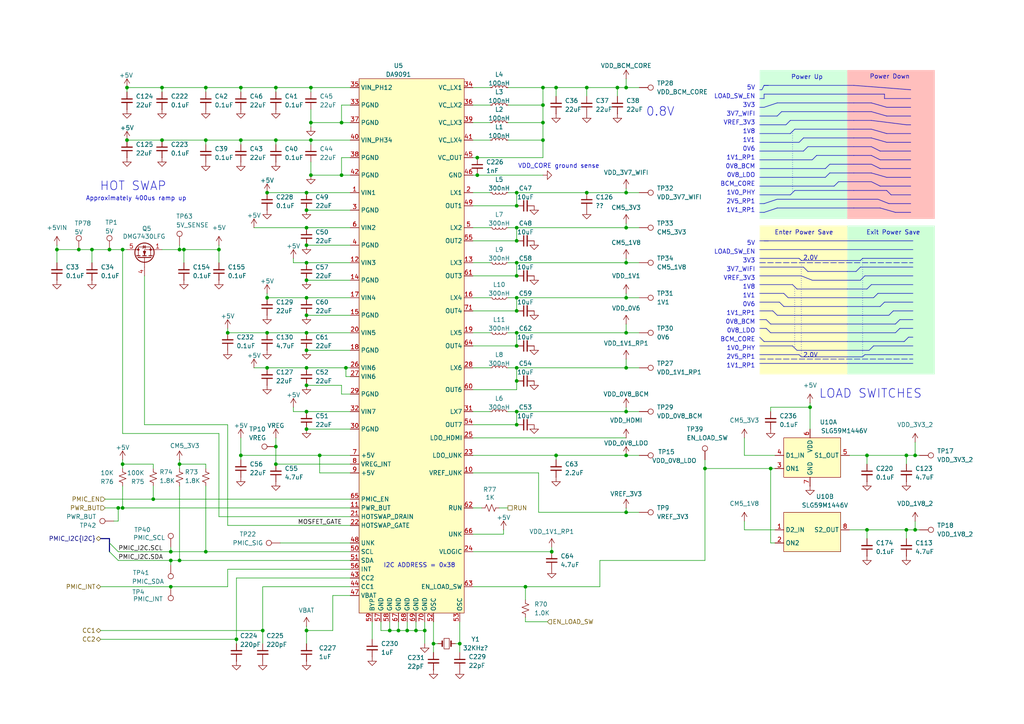
<source format=kicad_sch>
(kicad_sch (version 20250114) (generator "eeschema") (generator_version "9.0")
  (paper "A4")
  (title_block (title "RPi CM5 PMIC and RTC") (comment 2 "Guaranteed to be inaccurate") (comment 3 "License: CC BY-SA 4.0 (https://creativecommons.org/licenses/by-sa/4.0/)") (comment 4 "Reverse engineered by Tube Time"))
  (rectangle (start 245.745 65.405) (end 271.145 108.585) (stroke (width -0.0001)) (fill (type color) (color 206 255 214 1)))
  (rectangle (start 220.345 20.32) (end 245.745 63.5) (stroke (width -0.0001)) (fill (type color) (color 210 255 221 1)))
  (rectangle (start 220.345 65.405) (end 245.745 108.585) (stroke (width -0.0001)) (fill (type color) (color 255 255 194 1)))
  (rectangle (start 245.745 20.32) (end 271.145 63.5) (stroke (width -0.0001)) (fill (type color) (color 255 191 189 1)))
  (text "0V6" (at 219.075 43.307 0) (effects (font (size 1.27 1.27)) (justify right)))
  (text "0V8_LDO" (at 219.075 96.012 0) (effects (font (size 1.27 1.27)) (justify right)))
  (text "HOT SWAP" (at 38.608 54.102 0) (effects (font (size 2.54 2.54))))
  (text "3V3" (at 219.075 30.607 0) (effects (font (size 1.27 1.27)) (justify right)))
  (text "LOAD_SW_EN" (at 219.075 28.067 0) (effects (font (size 1.27 1.27)) (justify right)))
  (text "Power Up" (at 234.061 22.479 0) (effects (font (size 1.27 1.27))))
  (text "1V1_RP1" (at 219.075 45.847 0) (effects (font (size 1.27 1.27)) (justify right)))
  (text "2V5_RP1" (at 219.075 58.547 0) (effects (font (size 1.27 1.27)) (justify right)))
  (text "Approximately 400us ramp up" (at 54.102 57.658 0) (effects (font (size 1.27 1.27)) (justify right)))
  (text "2.0V" (at 237.236 74.93 0) (effects (font (size 1.27 1.27)) (justify right)))
  (text "LOAD_SW_EN" (at 219.075 73.152 0) (effects (font (size 1.27 1.27)) (justify right)))
  (text "1V1" (at 219.075 40.767 0) (effects (font (size 1.27 1.27)) (justify right)))
  (text "LOAD SWITCHES" (at 252.476 114.3 0) (effects (font (size 2.54 2.54))))
  (text "Enter Power Save" (at 233.172 67.564 0) (effects (font (size 1.27 1.27))))
  (text "I2C ADDRESS = 0x38" (at 121.666 164.084 0) (effects (font (size 1.27 1.27))))
  (text "2V5_RP1" (at 219.075 103.632 0) (effects (font (size 1.27 1.27)) (justify right)))
  (text "1V0_PHY" (at 219.075 101.092 0) (effects (font (size 1.27 1.27)) (justify right)))
  (text "0V8_LDO" (at 219.075 50.927 0) (effects (font (size 1.27 1.27)) (justify right)))
  (text "5V" (at 219.075 25.527 0) (effects (font (size 1.27 1.27)) (justify right)))
  (text "1V8" (at 219.075 38.227 0) (effects (font (size 1.27 1.27)) (justify right)))
  (text "VREF_3V3" (at 219.075 35.687 0) (effects (font (size 1.27 1.27)) (justify right)))
  (text "BCM_CORE" (at 219.075 98.552 0) (effects (font (size 1.27 1.27)) (justify right)))
  (text "1V1_RP1" (at 219.075 90.932 0) (effects (font (size 1.27 1.27)) (justify right)))
  (text "VREF_3V3" (at 219.075 80.772 0) (effects (font (size 1.27 1.27)) (justify right)))
  (text "3V7_WIFI" (at 219.075 78.232 0) (effects (font (size 1.27 1.27)) (justify right)))
  (text "1V8" (at 219.075 83.312 0) (effects (font (size 1.27 1.27)) (justify right)))
  (text "1V1_RP1" (at 219.075 106.172 0) (effects (font (size 1.27 1.27)) (justify right)))
  (text "0.8V" (at 191.516 32.512 0) (effects (font (size 2.54 2.54))))
  (text "1V1" (at 219.075 85.852 0) (effects (font (size 1.27 1.27)) (justify right)))
  (text "2.0V" (at 237.236 103.124 0) (effects (font (size 1.27 1.27)) (justify right)))
  (text "1V1_RP1" (at 219.075 61.087 0) (effects (font (size 1.27 1.27)) (justify right)))
  (text "1V0_PHY" (at 219.075 56.007 0) (effects (font (size 1.27 1.27)) (justify right)))
  (text "Exit Power Save" (at 259.08 67.564 0) (effects (font (size 1.27 1.27))))
  (text "5V" (at 219.075 70.612 0) (effects (font (size 1.27 1.27)) (justify right)))
  (text "0V8_BCM" (at 219.075 93.472 0) (effects (font (size 1.27 1.27)) (justify right)))
  (text "0V8_BCM" (at 219.075 48.387 0) (effects (font (size 1.27 1.27)) (justify right)))
  (text "VDD_CORE ground sense" (at 162.052 48.26 0) (effects (font (size 1.27 1.27))))
  (text "Power Down" (at 258.064 22.352 0) (effects (font (size 1.27 1.27))))
  (text "3V3" (at 219.075 75.692 0) (effects (font (size 1.27 1.27)) (justify right)))
  (text "3V7_WIFI" (at 219.075 33.147 0) (effects (font (size 1.27 1.27)) (justify right)))
  (text "BCM_CORE" (at 219.075 53.467 0) (effects (font (size 1.27 1.27)) (justify right)))
  (text "0V6" (at 219.075 88.392 0) (effects (font (size 1.27 1.27)) (justify right)))
  (junction (at 34.29 147.32))
  (junction (at 68.58 185.42))
  (junction (at 138.43 45.72))
  (junction (at 49.53 162.56))
  (junction (at 53.34 72.39))
  (junction (at 170.18 55.88))
  (junction (at 26.67 72.39))
  (junction (at 204.47 135.89))
  (junction (at 80.01 40.64))
  (junction (at 77.47 86.36))
  (junction (at 157.48 40.64))
  (junction (at 149.86 86.36))
  (junction (at 44.45 144.78))
  (junction (at 59.69 25.4))
  (junction (at 181.61 66.04))
  (junction (at 262.89 132.08))
  (junction (at 88.9 76.2))
  (junction (at 149.86 96.52))
  (junction (at 265.43 132.08))
  (junction (at 49.53 160.02))
  (junction (at 149.86 80.01))
  (junction (at 80.01 129.54))
  (junction (at 149.86 90.17))
  (junction (at 88.9 119.38))
  (junction (at 88.9 91.44))
  (junction (at 149.86 119.38))
  (junction (at 88.9 101.6))
  (junction (at 149.86 66.04))
  (junction (at 36.83 40.64))
  (junction (at 149.86 59.69))
  (junction (at 181.61 76.2))
  (junction (at 88.9 106.68))
  (junction (at 59.69 40.64))
  (junction (at 88.9 81.28))
  (junction (at 77.47 55.88))
  (junction (at 181.61 132.08))
  (junction (at 157.48 35.56))
  (junction (at 265.43 153.67))
  (junction (at 77.47 96.52))
  (junction (at 125.73 186.69))
  (junction (at 90.17 50.8))
  (junction (at 181.61 96.52))
  (junction (at 149.86 69.85))
  (junction (at 31.75 72.39))
  (junction (at 181.61 25.4))
  (junction (at 88.9 71.12))
  (junction (at 80.01 25.4))
  (junction (at 133.35 186.69))
  (junction (at 88.9 124.46))
  (junction (at 16.51 72.39))
  (junction (at 66.04 96.52))
  (junction (at 152.4 170.18))
  (junction (at 181.61 86.36))
  (junction (at 157.48 25.4))
  (junction (at 69.85 132.08))
  (junction (at 46.99 40.64))
  (junction (at 80.01 134.62))
  (junction (at 92.71 132.08))
  (junction (at 88.9 60.96))
  (junction (at 181.61 148.59))
  (junction (at 120.65 182.88))
  (junction (at 88.9 86.36))
  (junction (at 77.47 106.68))
  (junction (at 49.53 170.18))
  (junction (at 99.06 50.8))
  (junction (at 181.61 55.88))
  (junction (at 223.52 135.89))
  (junction (at 90.17 25.4))
  (junction (at 149.86 55.88))
  (junction (at 52.07 134.62))
  (junction (at 118.11 182.88))
  (junction (at 59.69 160.02))
  (junction (at 22.86 72.39))
  (junction (at 123.19 182.88))
  (junction (at 181.61 106.68))
  (junction (at 149.86 123.19))
  (junction (at 35.56 147.32))
  (junction (at 113.03 182.88))
  (junction (at 36.83 25.4))
  (junction (at 149.86 100.33))
  (junction (at 161.29 25.4))
  (junction (at 88.9 66.04))
  (junction (at 90.17 35.56))
  (junction (at 251.46 153.67))
  (junction (at 234.95 118.11))
  (junction (at 88.9 182.88))
  (junction (at 52.07 162.56))
  (junction (at 76.2 182.88))
  (junction (at 99.06 35.56))
  (junction (at 88.9 111.76))
  (junction (at 115.57 182.88))
  (junction (at 161.29 132.08))
  (junction (at 149.86 106.68))
  (junction (at 69.85 40.64))
  (junction (at 63.5 72.39))
  (junction (at 160.02 160.02))
  (junction (at 149.86 110.49))
  (junction (at 149.86 76.2))
  (junction (at 69.85 25.4))
  (junction (at 157.48 30.48))
  (junction (at 35.56 134.62))
  (junction (at 46.99 25.4))
  (junction (at 88.9 55.88))
  (junction (at 52.07 72.39))
  (junction (at 179.07 25.4))
  (junction (at 170.18 25.4))
  (junction (at 251.46 132.08))
  (junction (at 35.56 72.39))
  (junction (at 262.89 153.67))
  (junction (at 181.61 119.38))
  (junction (at 138.43 50.8))
  (junction (at 100.33 106.68))
  (junction (at 88.9 96.52))
  (junction (at 90.17 40.64))
  (bus_entry (at 31.75 160.02) (size 2.54 2.54))
  (bus_entry (at 31.75 157.48) (size 2.54 2.54))
  (polyline (pts (xy 247.65 47.625) (xy 252.73 47.625)))
  (polyline (pts (xy 252.73 32.385) (xy 257.175 33.655)))
  (wire (pts (xy 69.85 133.35) (xy 69.85 132.08)))
  (wire (pts (xy 35.56 134.62) (xy 44.45 134.62)))
  (wire (pts (xy 35.56 133.35) (xy 35.56 134.62)))
  (bus (pts (xy 31.75 157.48) (xy 31.75 160.02)))
  (polyline (pts (xy 247.65 57.785) (xy 254.635 57.785)))
  (wire (pts (xy 29.21 182.88) (xy 76.2 182.88)))
  (wire (pts (xy 157.48 25.4) (xy 157.48 30.48)))
  (wire (pts (xy 81.28 157.48) (xy 101.6 157.48)))
  (wire (pts (xy 262.89 153.67) (xy 265.43 153.67)))
  (wire (pts (xy 147.32 30.48) (xy 157.48 30.48)))
  (wire (pts (xy 96.52 172.72) (xy 96.52 182.88)))
  (polyline (pts (xy 252.73 40.005) (xy 257.175 41.275)))
  (polyline (pts (xy 259.715 96.52) (xy 260.985 95.25)))
  (polyline (pts (xy 249.555 81.28) (xy 250.825 80.01)))
  (wire (pts (xy 99.06 30.48) (xy 99.06 35.56)))
  (polyline (pts (xy 262.89 36.195) (xy 264.16 36.195)))
  (wire (pts (xy 68.58 185.42) (xy 68.58 186.69)))
  (wire (pts (xy 137.16 170.18) (xy 152.4 170.18)))
  (polyline (pts (xy 250.19 74.93) (xy 250.19 103.505)) (stroke (width 0) (type dot)))
  (wire (pts (xy 181.61 74.93) (xy 181.61 76.2)))
  (polyline (pts (xy 220.345 26.035) (xy 220.98 26.035)))
  (wire (pts (xy 142.24 30.48) (xy 137.16 30.48)))
  (polyline (pts (xy 245.745 93.98) (xy 259.715 93.98)))
  (polyline (pts (xy 252.73 29.845) (xy 257.175 31.115)))
  (wire (pts (xy 133.35 186.69) (xy 133.35 189.23)))
  (polyline (pts (xy 221.615 99.06) (xy 245.745 99.06)))
  (wire (pts (xy 161.29 25.4) (xy 161.29 27.94)))
  (wire (pts (xy 204.47 135.89) (xy 223.52 135.89)))
  (polyline (pts (xy 245.745 99.06) (xy 262.255 99.06)))
  (wire (pts (xy 152.4 170.18) (xy 173.99 170.18)))
  (wire (pts (xy 76.2 182.88) (xy 76.2 170.18)))
  (polyline (pts (xy 233.045 77.47) (xy 234.315 78.74)))
  (wire (pts (xy 35.56 125.73) (xy 63.5 125.73)))
  (wire (pts (xy 118.11 180.34) (xy 118.11 182.88)))
  (wire (pts (xy 88.9 181.61) (xy 88.9 182.88)))
  (wire (pts (xy 181.61 25.4) (xy 185.42 25.4)))
  (wire (pts (xy 181.61 54.61) (xy 181.61 55.88)))
  (wire (pts (xy 149.86 76.2) (xy 181.61 76.2)))
  (wire (pts (xy 224.79 153.67) (xy 215.9 153.67)))
  (polyline (pts (xy 247.65 42.545) (xy 252.73 42.545)))
  (wire (pts (xy 262.89 132.08) (xy 262.89 134.62)))
  (polyline (pts (xy 220.345 76.2) (xy 264.795 76.2)) (stroke (width 0) (type dash)))
  (wire (pts (xy 16.51 76.2) (xy 16.51 72.39)))
  (polyline (pts (xy 252.73 47.625) (xy 255.27 48.895)))
  (wire (pts (xy 49.53 160.02) (xy 49.53 158.75)))
  (polyline (pts (xy 225.425 57.785) (xy 247.65 57.785)))
  (polyline (pts (xy 231.775 41.275) (xy 233.045 40.005)))
  (polyline (pts (xy 250.19 103.505) (xy 250.825 102.87)))
  (polyline (pts (xy 221.615 31.115) (xy 225.425 29.845)))
  (polyline (pts (xy 220.345 46.355) (xy 235.585 46.355)))
  (polyline (pts (xy 220.345 69.85) (xy 264.795 69.85)))
  (polyline (pts (xy 221.615 61.595) (xy 225.425 60.325)))
  (polyline (pts (xy 230.505 55.245) (xy 247.65 55.245)))
  (wire (pts (xy 30.48 147.32) (xy 34.29 147.32)))
  (wire (pts (xy 123.19 182.88) (xy 123.19 186.69)))
  (wire (pts (xy 149.86 96.52) (xy 181.61 96.52)))
  (wire (pts (xy 69.85 132.08) (xy 92.71 132.08)))
  (wire (pts (xy 99.06 45.72) (xy 101.6 45.72)))
  (wire (pts (xy 36.83 40.64) (xy 46.99 40.64)))
  (wire (pts (xy 215.9 132.08) (xy 224.79 132.08)))
  (wire (pts (xy 137.16 100.33) (xy 149.86 100.33)))
  (polyline (pts (xy 240.665 47.625) (xy 247.65 47.625)))
  (wire (pts (xy 120.65 182.88) (xy 123.19 182.88)))
  (wire (pts (xy 181.61 119.38) (xy 185.42 119.38)))
  (wire (pts (xy 100.33 106.68) (xy 101.6 106.68)))
  (wire (pts (xy 234.95 116.84) (xy 234.95 118.11)))
  (polyline (pts (xy 245.745 88.9) (xy 255.27 88.9)))
  (wire (pts (xy 99.06 35.56) (xy 101.6 35.56)))
  (wire (pts (xy 69.85 25.4) (xy 69.85 26.67)))
  (wire (pts (xy 26.67 72.39) (xy 31.75 72.39)))
  (polyline (pts (xy 220.98 26.035) (xy 221.615 24.765)))
  (wire (pts (xy 149.86 119.38) (xy 147.32 119.38)))
  (wire (pts (xy 88.9 111.76) (xy 99.06 111.76)))
  (polyline (pts (xy 255.27 60.325) (xy 259.715 61.595)))
  (wire (pts (xy 101.6 30.48) (xy 99.06 30.48)))
  (wire (pts (xy 181.61 93.98) (xy 181.61 96.52)))
  (wire (pts (xy 66.04 165.1) (xy 101.6 165.1)))
  (wire (pts (xy 125.73 186.69) (xy 127 186.69)))
  (polyline (pts (xy 225.425 29.845) (xy 247.65 29.845)))
  (polyline (pts (xy 220.345 53.975) (xy 241.935 53.975)))
  (wire (pts (xy 77.47 55.88) (xy 88.9 55.88)))
  (wire (pts (xy 142.24 35.56) (xy 137.16 35.56)))
  (wire (pts (xy 137.16 96.52) (xy 142.24 96.52)))
  (wire (pts (xy 66.04 96.52) (xy 77.47 96.52)))
  (wire (pts (xy 149.86 106.68) (xy 181.61 106.68)))
  (polyline (pts (xy 255.27 46.355) (xy 264.16 46.355)))
  (wire (pts (xy 66.04 152.4) (xy 101.6 152.4)))
  (wire (pts (xy 181.61 147.32) (xy 181.61 148.59)))
  (wire (pts (xy 137.16 106.68) (xy 142.24 106.68)))
  (wire (pts (xy 52.07 72.39) (xy 53.34 72.39)))
  (wire (pts (xy 16.51 71.12) (xy 16.51 72.39)))
  (polyline (pts (xy 257.175 31.115) (xy 264.16 31.115)))
  (wire (pts (xy 157.48 30.48) (xy 157.48 35.56)))
  (wire (pts (xy 266.7 132.08) (xy 265.43 132.08)))
  (polyline (pts (xy 247.65 55.245) (xy 257.175 55.245)))
  (wire (pts (xy 161.29 132.08) (xy 181.61 132.08)))
  (polyline (pts (xy 225.425 91.44) (xy 245.745 91.44)))
  (polyline (pts (xy 220.345 92.71) (xy 222.25 92.71)))
  (wire (pts (xy 149.86 110.49) (xy 149.86 106.68)))
  (wire (pts (xy 44.45 144.78) (xy 44.45 140.97)))
  (wire (pts (xy 137.16 127) (xy 181.61 127)))
  (polyline (pts (xy 227.33 85.09) (xy 228.6 86.36)))
  (wire (pts (xy 88.9 91.44) (xy 101.6 91.44)))
  (wire (pts (xy 181.61 66.04) (xy 185.42 66.04)))
  (polyline (pts (xy 262.255 99.06) (xy 263.525 97.79)))
  (wire (pts (xy 66.04 123.19) (xy 66.04 152.4)))
  (wire (pts (xy 90.17 50.8) (xy 99.06 50.8)))
  (wire (pts (xy 137.16 123.19) (xy 149.86 123.19)))
  (wire (pts (xy 88.9 186.69) (xy 88.9 182.88)))
  (polyline (pts (xy 245.745 83.82) (xy 251.46 83.82)))
  (wire (pts (xy 63.5 149.86) (xy 101.6 149.86)))
  (wire (pts (xy 16.51 72.39) (xy 22.86 72.39)))
  (wire (pts (xy 170.18 55.88) (xy 181.61 55.88)))
  (wire (pts (xy 149.86 55.88) (xy 147.32 55.88)))
  (wire (pts (xy 137.16 45.72) (xy 138.43 45.72)))
  (wire (pts (xy 125.73 189.23) (xy 125.73 186.69)))
  (wire (pts (xy 88.9 55.88) (xy 101.6 55.88)))
  (polyline (pts (xy 247.65 34.925) (xy 252.73 34.925)))
  (wire (pts (xy 35.56 134.62) (xy 35.56 135.89)))
  (wire (pts (xy 132.08 186.69) (xy 133.35 186.69)))
  (wire (pts (xy 161.29 132.08) (xy 161.29 133.35)))
  (wire (pts (xy 73.66 66.04) (xy 88.9 66.04)))
  (polyline (pts (xy 255.27 53.975) (xy 264.16 53.975)))
  (wire (pts (xy 53.34 72.39) (xy 53.34 76.2)))
  (wire (pts (xy 90.17 35.56) (xy 90.17 31.75)))
  (polyline (pts (xy 220.345 82.55) (xy 229.87 82.55)))
  (wire (pts (xy 44.45 144.78) (xy 101.6 144.78)))
  (wire (pts (xy 113.03 182.88) (xy 115.57 182.88)))
  (polyline (pts (xy 252.73 42.545) (xy 255.27 43.815)))
  (wire (pts (xy 88.9 60.96) (xy 101.6 60.96)))
  (polyline (pts (xy 229.235 56.515) (xy 230.505 55.245)))
  (polyline (pts (xy 245.745 81.28) (xy 249.555 81.28)))
  (wire (pts (xy 52.07 162.56) (xy 52.07 140.97)))
  (wire (pts (xy 170.18 25.4) (xy 170.18 27.94)))
  (wire (pts (xy 59.69 140.97) (xy 59.69 160.02)))
  (wire (pts (xy 137.16 147.32) (xy 139.7 147.32)))
  (polyline (pts (xy 258.445 56.515) (xy 264.16 56.515)))
  (wire (pts (xy 204.47 133.35) (xy 204.47 135.89)))
  (wire (pts (xy 96.52 172.72) (xy 101.6 172.72)))
  (polyline (pts (xy 257.175 51.435) (xy 264.16 51.435)))
  (polyline (pts (xy 243.205 52.705) (xy 252.73 52.705)))
  (wire (pts (xy 22.86 72.39) (xy 26.67 72.39)))
  (wire (pts (xy 52.07 133.35) (xy 52.07 134.62)))
  (polyline (pts (xy 230.505 37.465) (xy 247.65 37.465)))
  (polyline (pts (xy 257.175 33.655) (xy 264.16 33.655)))
  (bus (pts (xy 31.75 156.21) (xy 31.75 157.48)))
  (polyline (pts (xy 229.87 100.33) (xy 231.14 101.6)))
  (wire (pts (xy 137.16 80.01) (xy 149.86 80.01)))
  (wire (pts (xy 234.95 118.11) (xy 234.95 124.46)))
  (wire (pts (xy 137.16 132.08) (xy 161.29 132.08)))
  (wire (pts (xy 251.46 132.08) (xy 246.38 132.08)))
  (wire (pts (xy 76.2 170.18) (xy 101.6 170.18)))
  (polyline (pts (xy 257.175 38.735) (xy 264.16 38.735)))
  (polyline (pts (xy 247.65 45.085) (xy 252.73 45.085)))
  (polyline (pts (xy 245.745 75.565) (xy 249.555 75.565)))
  (wire (pts (xy 157.48 40.64) (xy 157.48 45.72)))
  (polyline (pts (xy 252.73 34.925) (xy 262.89 36.195)))
  (wire (pts (xy 34.29 151.13) (xy 34.29 147.32)))
  (wire (pts (xy 146.05 153.67) (xy 146.05 154.94)))
  (polyline (pts (xy 249.555 75.565) (xy 250.19 74.93)))
  (wire (pts (xy 137.16 66.04) (xy 142.24 66.04)))
  (wire (pts (xy 80.01 41.91) (xy 80.01 40.64)))
  (polyline (pts (xy 220.345 43.815) (xy 233.045 43.815)))
  (wire (pts (xy 181.61 55.88) (xy 185.42 55.88)))
  (wire (pts (xy 69.85 40.64) (xy 69.85 41.91)))
  (wire (pts (xy 63.5 71.12) (xy 63.5 72.39)))
  (wire (pts (xy 157.48 35.56) (xy 157.48 40.64)))
  (polyline (pts (xy 257.81 91.44) (xy 259.08 90.17)))
  (polyline (pts (xy 259.715 93.98) (xy 260.985 92.71)))
  (wire (pts (xy 49.53 162.56) (xy 52.07 162.56)))
  (polyline (pts (xy 250.825 80.01) (xy 264.795 80.01)))
  (polyline (pts (xy 247.65 40.005) (xy 252.73 40.005)))
  (polyline (pts (xy 245.745 86.36) (xy 253.365 86.36)))
  (polyline (pts (xy 245.745 101.6) (xy 252.095 101.6)))
  (polyline (pts (xy 250.825 102.87) (xy 264.795 102.87)))
  (polyline (pts (xy 231.14 101.6) (xy 245.745 101.6)))
  (wire (pts (xy 149.86 66.04) (xy 181.61 66.04)))
  (wire (pts (xy 137.16 76.2) (xy 142.24 76.2)))
  (polyline (pts (xy 220.345 105.41) (xy 245.745 105.41)))
  (wire (pts (xy 90.17 26.67) (xy 90.17 25.4)))
  (wire (pts (xy 179.07 25.4) (xy 170.18 25.4)))
  (wire (pts (xy 52.07 71.12) (xy 52.07 72.39)))
  (wire (pts (xy 88.9 86.36) (xy 101.6 86.36)))
  (wire (pts (xy 181.61 76.2) (xy 185.42 76.2)))
  (polyline (pts (xy 220.345 38.735) (xy 229.235 38.735)))
  (wire (pts (xy 137.16 55.88) (xy 142.24 55.88)))
  (wire (pts (xy 125.73 180.34) (xy 125.73 186.69)))
  (wire (pts (xy 156.21 148.59) (xy 181.61 148.59)))
  (wire (pts (xy 138.43 50.8) (xy 157.48 50.8)))
  (polyline (pts (xy 254.635 85.09) (xy 264.795 85.09)))
  (wire (pts (xy 137.16 154.94) (xy 146.05 154.94)))
  (wire (pts (xy 215.9 151.13) (xy 215.9 153.67)))
  (wire (pts (xy 223.52 157.48) (xy 224.79 157.48)))
  (wire (pts (xy 137.16 137.16) (xy 156.21 137.16)))
  (polyline (pts (xy 260.985 95.25) (xy 264.795 95.25)))
  (polyline (pts (xy 228.6 86.36) (xy 245.745 86.36)))
  (wire (pts (xy 69.85 40.64) (xy 80.01 40.64)))
  (wire (pts (xy 149.86 86.36) (xy 181.61 86.36)))
  (wire (pts (xy 181.61 86.36) (xy 185.42 86.36)))
  (wire (pts (xy 36.83 25.4) (xy 46.99 25.4)))
  (polyline (pts (xy 252.095 101.6) (xy 253.365 100.33)))
  (wire (pts (xy 147.32 96.52) (xy 149.86 96.52)))
  (polyline (pts (xy 245.745 96.52) (xy 259.715 96.52)))
  (wire (pts (xy 49.53 160.02) (xy 59.69 160.02)))
  (wire (pts (xy 101.6 137.16) (xy 92.71 137.16)))
  (polyline (pts (xy 247.65 37.465) (xy 252.73 37.465)))
  (wire (pts (xy 223.52 119.38) (xy 223.52 118.11)))
  (wire (pts (xy 115.57 182.88) (xy 118.11 182.88)))
  (polyline (pts (xy 220.345 97.79) (xy 221.615 99.06)))
  (polyline (pts (xy 226.695 32.385) (xy 247.65 32.385)))
  (polyline (pts (xy 255.27 88.9) (xy 256.54 87.63)))
  (wire (pts (xy 88.9 76.2) (xy 101.6 76.2)))
  (polyline (pts (xy 231.14 83.82) (xy 245.745 83.82)))
  (wire (pts (xy 149.86 90.17) (xy 149.86 86.36)))
  (polyline (pts (xy 247.65 60.325) (xy 255.27 60.325)))
  (wire (pts (xy 80.01 127) (xy 80.01 129.54)))
  (wire (pts (xy 110.49 182.88) (xy 113.03 182.88)))
  (wire (pts (xy 99.06 50.8) (xy 101.6 50.8)))
  (wire (pts (xy 224.79 135.89) (xy 223.52 135.89)))
  (polyline (pts (xy 235.585 46.355) (xy 236.855 45.085)))
  (wire (pts (xy 85.09 119.38) (xy 88.9 119.38)))
  (wire (pts (xy 185.42 148.59) (xy 181.61 148.59)))
  (polyline (pts (xy 249.555 77.47) (xy 264.795 77.47)))
  (polyline (pts (xy 221.615 69.85) (xy 222.885 69.85)))
  (wire (pts (xy 41.91 80.01) (xy 41.91 123.19)))
  (wire (pts (xy 147.32 66.04) (xy 149.86 66.04)))
  (polyline (pts (xy 220.345 28.575) (xy 221.615 28.575)))
  (wire (pts (xy 223.52 135.89) (xy 223.52 157.48)))
  (polyline (pts (xy 222.25 92.71) (xy 223.52 93.98)))
  (wire (pts (xy 90.17 36.83) (xy 90.17 35.56)))
  (wire (pts (xy 123.19 182.88) (xy 123.19 180.34)))
  (wire (pts (xy 265.43 151.13) (xy 265.43 153.67)))
  (wire (pts (xy 76.2 186.69) (xy 76.2 182.88)))
  (polyline (pts (xy 224.155 90.17) (xy 225.425 91.44)))
  (wire (pts (xy 88.9 124.46) (xy 101.6 124.46)))
  (polyline (pts (xy 260.985 92.71) (xy 264.795 92.71)))
  (wire (pts (xy 251.46 132.08) (xy 262.89 132.08)))
  (wire (pts (xy 53.34 72.39) (xy 63.5 72.39)))
  (wire (pts (xy 149.86 55.88) (xy 170.18 55.88)))
  (wire (pts (xy 181.61 85.09) (xy 181.61 86.36)))
  (wire (pts (xy 35.56 72.39) (xy 35.56 125.73)))
  (wire (pts (xy 88.9 81.28) (xy 101.6 81.28)))
  (wire (pts (xy 59.69 25.4) (xy 69.85 25.4)))
  (polyline (pts (xy 225.425 60.325) (xy 247.65 60.325)))
  (polyline (pts (xy 220.345 36.195) (xy 227.965 36.195)))
  (wire (pts (xy 137.16 86.36) (xy 142.24 86.36)))
  (polyline (pts (xy 257.81 59.055) (xy 264.16 59.055)))
  (polyline (pts (xy 222.25 95.25) (xy 223.52 96.52)))
  (wire (pts (xy 149.86 66.04) (xy 149.86 69.85)))
  (polyline (pts (xy 223.52 93.98) (xy 245.745 93.98)))
  (wire (pts (xy 215.9 127) (xy 215.9 132.08)))
  (wire (pts (xy 173.99 162.56) (xy 173.99 170.18)))
  (wire (pts (xy 63.5 125.73) (xy 63.5 149.86)))
  (polyline (pts (xy 253.365 86.36) (xy 254.635 85.09)))
  (wire (pts (xy 77.47 85.09) (xy 77.47 86.36)))
  (polyline (pts (xy 231.775 74.93) (xy 232.41 75.565)))
  (wire (pts (xy 149.86 59.69) (xy 149.86 55.88)))
  (polyline (pts (xy 221.615 28.575) (xy 221.615 27.305)))
  (wire (pts (xy 88.9 101.6) (xy 101.6 101.6)))
  (polyline (pts (xy 257.175 41.275) (xy 264.16 41.275)))
  (polyline (pts (xy 221.615 24.765) (xy 222.885 24.765)))
  (polyline (pts (xy 220.345 56.515) (xy 229.235 56.515)))
  (wire (pts (xy 251.46 153.67) (xy 246.38 153.67)))
  (wire (pts (xy 110.49 180.34) (xy 110.49 182.88)))
  (polyline (pts (xy 252.73 82.55) (xy 264.795 82.55)))
  (polyline (pts (xy 247.65 50.165) (xy 252.73 50.165)))
  (polyline (pts (xy 220.345 72.39) (xy 264.795 72.39)))
  (wire (pts (xy 35.56 72.39) (xy 36.83 72.39)))
  (wire (pts (xy 101.6 167.64) (xy 68.58 167.64)))
  (polyline (pts (xy 259.08 90.17) (xy 264.795 90.17)))
  (polyline (pts (xy 230.505 83.185) (xy 230.505 100.965)) (stroke (width 0) (type dot)))
  (polyline (pts (xy 220.345 102.87) (xy 231.775 102.87)))
  (wire (pts (xy 149.86 113.03) (xy 149.86 110.49)))
  (wire (pts (xy 265.43 153.67) (xy 266.7 153.67)))
  (wire (pts (xy 46.99 72.39) (xy 52.07 72.39)))
  (wire (pts (xy 181.61 64.77) (xy 181.61 66.04)))
  (polyline (pts (xy 235.585 81.28) (xy 245.745 81.28)))
  (polyline (pts (xy 220.345 95.25) (xy 222.25 95.25)))
  (wire (pts (xy 85.09 76.2) (xy 88.9 76.2)))
  (wire (pts (xy 137.16 69.85) (xy 149.86 69.85)))
  (wire (pts (xy 49.53 162.56) (xy 49.53 163.83)))
  (polyline (pts (xy 220.345 80.01) (xy 232.41 80.01)))
  (polyline (pts (xy 252.73 50.165) (xy 257.175 51.435)))
  (polyline (pts (xy 221.615 24.765) (xy 247.65 24.765)))
  (wire (pts (xy 90.17 40.64) (xy 101.6 40.64)))
  (polyline (pts (xy 234.315 78.74) (xy 245.745 78.74)))
  (wire (pts (xy 59.69 25.4) (xy 46.99 25.4)))
  (wire (pts (xy 36.83 26.67) (xy 36.83 25.4)))
  (polyline (pts (xy 257.175 55.245) (xy 258.445 56.515)))
  (wire (pts (xy 147.32 40.64) (xy 157.48 40.64)))
  (polyline (pts (xy 220.345 51.435) (xy 239.395 51.435)))
  (wire (pts (xy 265.43 128.27) (xy 265.43 132.08)))
  (polyline (pts (xy 239.395 51.435) (xy 240.665 50.165)))
  (polyline (pts (xy 220.345 61.595) (xy 221.615 61.595)))
  (wire (pts (xy 137.16 119.38) (xy 142.24 119.38)))
  (wire (pts (xy 34.29 147.32) (xy 35.56 147.32)))
  (wire (pts (xy 34.29 162.56) (xy 49.53 162.56)))
  (wire (pts (xy 88.9 119.38) (xy 101.6 119.38)))
  (wire (pts (xy 149.86 86.36) (xy 147.32 86.36)))
  (polyline (pts (xy 255.27 43.815) (xy 264.16 43.815)))
  (polyline (pts (xy 250.19 74.93) (xy 264.795 74.93)))
  (wire (pts (xy 115.57 180.34) (xy 115.57 182.88)))
  (wire (pts (xy 107.95 180.34) (xy 107.95 185.42)))
  (wire (pts (xy 88.9 71.12) (xy 101.6 71.12)))
  (polyline (pts (xy 252.73 45.085) (xy 255.27 46.355)))
  (polyline (pts (xy 220.345 85.09) (xy 227.33 85.09)))
  (wire (pts (xy 80.01 134.62) (xy 101.6 134.62)))
  (wire (pts (xy 147.32 25.4) (xy 157.48 25.4)))
  (polyline (pts (xy 220.345 59.055) (xy 221.615 59.055)))
  (wire (pts (xy 251.46 153.67) (xy 262.89 153.67)))
  (polyline (pts (xy 259.715 61.595) (xy 264.16 61.595)))
  (wire (pts (xy 63.5 72.39) (xy 63.5 76.2)))
  (wire (pts (xy 30.48 144.78) (xy 44.45 144.78)))
  (wire (pts (xy 90.17 35.56) (xy 99.06 35.56)))
  (wire (pts (xy 147.32 76.2) (xy 149.86 76.2)))
  (wire (pts (xy 149.86 100.33) (xy 149.86 96.52)))
  (wire (pts (xy 251.46 156.21) (xy 251.46 153.67)))
  (wire (pts (xy 181.61 132.08) (xy 185.42 132.08)))
  (wire (pts (xy 88.9 182.88) (xy 96.52 182.88)))
  (wire (pts (xy 31.75 72.39) (xy 35.56 72.39)))
  (wire (pts (xy 142.24 40.64) (xy 137.16 40.64)))
  (polyline (pts (xy 220.345 77.47) (xy 233.045 77.47)))
  (polyline (pts (xy 221.615 27.305) (xy 256.54 27.305)))
  (polyline (pts (xy 225.425 33.655) (xy 226.695 32.385)))
  (polyline (pts (xy 227.33 88.9) (xy 245.745 88.9)))
  (wire (pts (xy 44.45 135.89) (xy 44.45 134.62)))
  (polyline (pts (xy 256.54 28.575) (xy 264.16 28.575)))
  (wire (pts (xy 68.58 167.64) (xy 68.58 185.42)))
  (wire (pts (xy 77.47 106.68) (xy 88.9 106.68)))
  (wire (pts (xy 66.04 95.25) (xy 66.04 96.52)))
  (polyline (pts (xy 226.06 87.63) (xy 227.33 88.9)))
  (wire (pts (xy 66.04 170.18) (xy 66.04 165.1)))
  (polyline (pts (xy 229.87 38.1) (xy 229.87 55.88)) (stroke (width 0) (type dot)))
  (wire (pts (xy 152.4 179.07) (xy 152.4 180.34)))
  (wire (pts (xy 59.69 160.02) (xy 101.6 160.02)))
  (polyline (pts (xy 245.745 91.44) (xy 257.81 91.44)))
  (polyline (pts (xy 256.54 87.63) (xy 264.795 87.63)))
  (wire (pts (xy 137.16 59.69) (xy 149.86 59.69)))
  (wire (pts (xy 59.69 41.91) (xy 59.69 40.64)))
  (wire (pts (xy 161.29 25.4) (xy 157.48 25.4)))
  (wire (pts (xy 181.61 106.68) (xy 185.42 106.68)))
  (wire (pts (xy 52.07 162.56) (xy 101.6 162.56)))
  (wire (pts (xy 88.9 106.68) (xy 100.33 106.68)))
  (wire (pts (xy 59.69 134.62) (xy 59.69 135.89)))
  (wire (pts (xy 149.86 106.68) (xy 147.32 106.68)))
  (wire (pts (xy 69.85 25.4) (xy 80.01 25.4)))
  (wire (pts (xy 29.21 185.42) (xy 68.58 185.42)))
  (wire (pts (xy 46.99 25.4) (xy 46.99 26.67)))
  (wire (pts (xy 101.6 109.22) (xy 100.33 109.22)))
  (polyline (pts (xy 245.745 103.505) (xy 250.19 103.505)))
  (polyline (pts (xy 233.045 43.815) (xy 234.315 42.545)))
  (wire (pts (xy 181.61 104.14) (xy 181.61 106.68)))
  (polyline (pts (xy 233.045 40.005) (xy 247.65 40.005)))
  (wire (pts (xy 85.09 118.11) (xy 85.09 119.38)))
  (wire (pts (xy 88.9 96.52) (xy 101.6 96.52)))
  (wire (pts (xy 138.43 45.72) (xy 157.48 45.72)))
  (polyline (pts (xy 252.73 52.705) (xy 255.27 53.975)))
  (wire (pts (xy 99.06 114.3) (xy 99.06 111.76)))
  (polyline (pts (xy 248.285 78.74) (xy 249.555 77.47)))
  (polyline (pts (xy 245.745 78.74) (xy 248.285 78.74)))
  (wire (pts (xy 152.4 170.18) (xy 152.4 173.99)))
  (wire (pts (xy 100.33 106.68) (xy 100.33 109.22)))
  (wire (pts (xy 73.66 106.68) (xy 77.47 106.68)))
  (wire (pts (xy 181.61 25.4) (xy 179.07 25.4)))
  (polyline (pts (xy 236.855 45.085) (xy 247.65 45.085)))
  (wire (pts (xy 137.16 160.02) (xy 160.02 160.02)))
  (wire (pts (xy 52.07 134.62) (xy 59.69 134.62)))
  (polyline (pts (xy 252.73 37.465) (xy 257.175 38.735)))
  (wire (pts (xy 181.61 118.11) (xy 181.61 119.38)))
  (polyline (pts (xy 229.235 38.735) (xy 230.505 37.465)))
  (wire (pts (xy 118.11 182.88) (xy 120.65 182.88)))
  (wire (pts (xy 181.61 96.52) (xy 185.42 96.52)))
  (polyline (pts (xy 234.315 42.545) (xy 247.65 42.545)))
  (polyline (pts (xy 220.345 33.655) (xy 225.425 33.655)))
  (polyline (pts (xy 263.525 97.79) (xy 264.795 97.79)))
  (wire (pts (xy 142.24 25.4) (xy 137.16 25.4)))
  (polyline (pts (xy 220.345 104.14) (xy 264.795 104.14)) (stroke (width 0) (type dash)))
  (wire (pts (xy 88.9 66.04) (xy 101.6 66.04)))
  (wire (pts (xy 149.86 119.38) (xy 181.61 119.38)))
  (polyline (pts (xy 245.745 105.41) (xy 264.795 105.41)))
  (wire (pts (xy 99.06 114.3) (xy 101.6 114.3)))
  (polyline (pts (xy 220.345 100.33) (xy 229.87 100.33)))
  (wire (pts (xy 85.09 74.93) (xy 85.09 76.2)))
  (wire (pts (xy 80.01 25.4) (xy 80.01 26.67)))
  (wire (pts (xy 69.85 127) (xy 69.85 132.08)))
  (polyline (pts (xy 221.615 59.055) (xy 225.425 57.785)))
  (polyline (pts (xy 232.41 80.01) (xy 235.585 81.28)))
  (wire (pts (xy 101.6 147.32) (xy 35.56 147.32)))
  (wire (pts (xy 41.91 123.19) (xy 66.04 123.19)))
  (wire (pts (xy 179.07 25.4) (xy 179.07 27.94)))
  (wire (pts (xy 90.17 50.8) (xy 90.17 46.99)))
  (bus (pts (xy 29.21 156.21) (xy 31.75 156.21)))
  (polyline (pts (xy 247.65 29.845) (xy 252.73 29.845)))
  (wire (pts (xy 137.16 90.17) (xy 149.86 90.17)))
  (wire (pts (xy 52.07 134.62) (xy 52.07 135.89)))
  (wire (pts (xy 152.4 180.34) (xy 158.75 180.34)))
  (wire (pts (xy 120.65 180.34) (xy 120.65 182.88)))
  (polyline (pts (xy 220.345 87.63) (xy 226.06 87.63)))
  (wire (pts (xy 90.17 40.64) (xy 90.17 41.91)))
  (wire (pts (xy 262.89 156.21) (xy 262.89 153.67)))
  (polyline (pts (xy 232.41 103.505) (xy 245.745 103.505)))
  (wire (pts (xy 99.06 45.72) (xy 99.06 50.8)))
  (polyline (pts (xy 240.665 50.165) (xy 247.65 50.165)))
  (wire (pts (xy 149.86 76.2) (xy 149.86 80.01)))
  (wire (pts (xy 59.69 26.67) (xy 59.69 25.4)))
  (polyline (pts (xy 220.345 90.17) (xy 224.155 90.17)))
  (polyline (pts (xy 229.87 82.55) (xy 231.14 83.82)))
  (polyline (pts (xy 231.775 102.87) (xy 232.41 103.505)))
  (wire (pts (xy 156.21 137.16) (xy 156.21 148.59)))
  (wire (pts (xy 26.67 72.39) (xy 26.67 76.2)))
  (wire (pts (xy 133.35 180.34) (xy 133.35 186.69)))
  (wire (pts (xy 147.32 35.56) (xy 157.48 35.56)))
  (wire (pts (xy 223.52 118.11) (xy 234.95 118.11)))
  (polyline (pts (xy 253.365 100.33) (xy 264.795 100.33)))
  (wire (pts (xy 92.71 132.08) (xy 101.6 132.08)))
  (polyline (pts (xy 241.935 53.975) (xy 243.205 52.705)))
  (wire (pts (xy 35.56 140.97) (xy 35.56 147.32)))
  (wire (pts (xy 59.69 40.64) (xy 69.85 40.64)))
  (wire (pts (xy 77.47 86.36) (xy 88.9 86.36)))
  (polyline (pts (xy 247.65 24.765) (xy 264.16 26.035)))
  (polyline (pts (xy 247.65 32.385) (xy 252.73 32.385)))
  (polyline (pts (xy 223.52 96.52) (xy 245.745 96.52)))
  (polyline (pts (xy 227.965 36.195) (xy 229.235 34.925)))
  (wire (pts (xy 92.71 132.08) (xy 92.71 137.16)))
  (wire (pts (xy 90.17 25.4) (xy 101.6 25.4)))
  (wire (pts (xy 49.53 170.18) (xy 66.04 170.18)))
  (polyline (pts (xy 251.46 83.82) (xy 252.73 82.55)))
  (polyline (pts (xy 220.345 74.93) (xy 231.775 74.93)))
  (polyline (pts (xy 220.345 48.895) (xy 239.395 48.895)))
  (wire (pts (xy 160.02 160.02) (xy 160.02 158.75)))
  (polyline (pts (xy 256.54 27.305) (xy 256.54 28.575)))
  (wire (pts (xy 137.16 50.8) (xy 138.43 50.8)))
  (wire (pts (xy 204.47 162.56) (xy 173.99 162.56)))
  (wire (pts (xy 77.47 96.52) (xy 88.9 96.52)))
  (wire (pts (xy 80.01 129.54) (xy 80.01 134.62)))
  (wire (pts (xy 149.86 123.19) (xy 149.86 119.38)))
  (wire (pts (xy 204.47 135.89) (xy 204.47 162.56)))
  (wire (pts (xy 113.03 180.34) (xy 113.03 182.88)))
  (polyline (pts (xy 229.235 34.925) (xy 247.65 34.925)))
  (polyline (pts (xy 239.395 48.895) (xy 240.665 47.625)))
  (wire (pts (xy 80.01 40.64) (xy 90.17 40.64)))
  (polyline (pts (xy 232.41 75.565) (xy 245.745 75.565)))
  (polyline (pts (xy 255.27 48.895) (xy 264.16 48.895)))
  (polyline (pts (xy 254.635 57.785) (xy 257.81 59.055)))
  (wire (pts (xy 181.61 22.86) (xy 181.61 25.4)))
  (wire (pts (xy 251.46 132.08) (xy 251.46 134.62)))
  (wire (pts (xy 90.17 25.4) (xy 80.01 25.4)))
  (wire (pts (xy 29.21 170.18) (xy 49.53 170.18)))
  (wire (pts (xy 33.02 151.13) (xy 34.29 151.13)))
  (wire (pts (xy 46.99 40.64) (xy 59.69 40.64)))
  (wire (pts (xy 170.18 25.4) (xy 161.29 25.4)))
  (wire (pts (xy 262.89 132.08) (xy 265.43 132.08)))
  (polyline (pts (xy 220.345 31.115) (xy 221.615 31.115)))
  (wire (pts (xy 137.16 113.03) (xy 149.86 113.03)))
  (polyline (pts (xy 220.345 41.275) (xy 231.775 41.275)))
  (wire (pts (xy 34.29 160.02) (xy 49.53 160.02)))
  (polyline (pts (xy 232.41 75.565) (xy 232.41 103.505)) (stroke (width 0) (type dot)))
  (wire (pts (xy 144.78 147.32) (xy 147.32 147.32)))
  (label "PMIC_I2C.SCL" (at 34.29 160.02 0))
  (label "MOSFET_GATE" (at 86.36 152.4 0))
  (label "PMIC_I2C.SDA" (at 34.29 162.56 0))
  (hierarchical_label "RUN" (shape passive) (at 147.32 147.32 0))
  (hierarchical_label "CC1" (shape bidirectional) (at 29.21 182.88 180))
  (hierarchical_label "CC2" (shape bidirectional) (at 29.21 185.42 180))
  (hierarchical_label "PMIC_INT" (shape bidirectional) (at 29.21 170.18 180))
  (hierarchical_label "EN_LOAD_SW" (shape input) (at 158.75 180.34 0))
  (hierarchical_label "PWR_BUT" (shape input) (at 30.48 147.32 180))
  (hierarchical_label "PMIC_EN" (shape input) (at 30.48 144.78 180))
  (hierarchical_label "PMIC_I2C{I2C}" (shape bidirectional) (at 29.21 156.21 180))
  (symbol (lib_id "Device:C_Small") (at 88.9 88.9 180) (unit 1)
    (property "Reference" "C60" (at 91.44 87.6235 0) (effects (justify right)))
    (property "Value" "22uF" (at 91.44 90.1635 0) (effects (justify right)))
    (property "Footprint" "Capacitor_SMD:C_0402_1005Metric" (effects (hide yes)))
  )
  (symbol (lib_id "Device:C_Small") (at 133.35 191.77 0) (unit 1)
    (property "Reference" "C229" (at 135.89 190.5062 0) (effects (justify left)))
    (property "Value" "22pF" (at 135.89 193.0462 0) (effects (justify left)))
    (property "Footprint" "Capacitor_SMD:C_0201_0603Metric" (effects (hide yes)))
  )
  (symbol (lib_id "Connector:TestPoint") (at 266.7 132.08 270) (unit 1) (in_bom no)
    (property "Reference" "TP17" (at 271.78 130.8099 90) (effects (justify left)))
    (property "Value" "VDD_3V3_2" (at 271.78 133.3499 90) (effects (justify left)))
    (property "Footprint" "TestPoint:TestPoint_Pad_D1.0mm" (effects (hide yes)))
  )
  (symbol (lib_id "power:+5V") (at 73.66 66.04 0) (unit 1)
    (property "Reference" "#PWR034" (effects (hide yes)))
    (property "Value" "+5V" (at 73.66 62.484 0))
    (property "Description" "Power symbol creates a global label with name \"+5V\"" (effects (hide yes)))
  )
  (symbol (lib_id "Device:L_Small") (at 144.78 76.2 270) (unit 1)
    (property "Reference" "L9" (at 144.78 72.39 90))
    (property "Value" "300nH" (at 144.78 74.93 90))
    (property "Footprint" "Inductor_SMD:L_0603_1608Metric" (effects (hide yes)))
  )
  (symbol (lib_id "power:GND") (at 262.89 161.29 0) (unit 1)
    (property "Reference" "#PWR0209" (effects (hide yes)))
    (property "Value" "GND" (effects (hide yes)))
    (property "Description" "Power symbol creates a global label with name \"GND\" , ground" (effects (hide yes)))
  )
  (symbol (lib_id "Device:C_Small") (at 69.85 135.89 180) (unit 1)
    (property "Reference" "C56" (at 72.39 134.6135 0) (effects (justify right)))
    (property "Value" "22uF" (at 72.39 137.1535 0) (effects (justify right)))
    (property "Footprint" "Capacitor_SMD:C_0402_1005Metric" (effects (hide yes)))
  )
  (symbol (lib_id "power:GND") (at 77.47 91.44 0) (unit 1)
    (property "Reference" "#PWR0168" (effects (hide yes)))
    (property "Value" "GND" (effects (hide yes)))
    (property "Description" "Power symbol creates a global label with name \"GND\" , ground" (effects (hide yes)))
  )
  (symbol (lib_id "Device:C_Small") (at 76.2 189.23 0) (unit 1)
    (property "Reference" "C225" (at 77.216 184.404 0) (effects (justify left)))
    (property "Value" "220pF" (at 77.216 186.944 0) (effects (justify left)))
    (property "Footprint" "Capacitor_SMD:C_0201_0603Metric" (effects (hide yes)))
  )
  (symbol (lib_id "Connector:TestPoint") (at 185.42 76.2 270) (unit 1) (in_bom no)
    (property "Reference" "TP34" (at 190.5 74.9299 90) (effects (justify left)))
    (property "Value" "CM5_1V8" (at 190.5 77.4699 90) (effects (justify left)))
    (property "Footprint" "TestPoint:TestPoint_Pad_D1.0mm" (effects (hide yes)))
  )
  (symbol (lib_id "power:GND") (at 90.17 36.83 0) (unit 1)
    (property "Reference" "#PWR0124" (effects (hide yes)))
    (property "Value" "GND" (effects (hide yes)))
    (property "Description" "Power symbol creates a global label with name \"GND\" , ground" (effects (hide yes)))
  )
  (symbol (lib_id "Device:C_Small") (at 36.83 43.18 180) (unit 1)
    (property "Reference" "C125" (at 39.37 41.9035 0) (effects (justify right)))
    (property "Value" "22uF" (at 39.37 44.4435 0) (effects (justify right)))
    (property "Footprint" "Capacitor_SMD:C_0402_1005Metric" (effects (hide yes)))
  )
  (symbol (lib_id "Device:C_Small") (at 46.99 29.21 180) (unit 1)
    (property "Reference" "C222" (at 49.53 27.9335 0) (effects (justify right)))
    (property "Value" "0.1uF" (at 49.53 30.4735 0) (effects (justify right)))
    (property "Footprint" "Capacitor_SMD:C_0201_0603Metric" (effects (hide yes)))
  )
  (symbol (lib_id "power:GND") (at 46.99 45.72 0) (unit 1)
    (property "Reference" "#PWR0162" (effects (hide yes)))
    (property "Value" "GND" (effects (hide yes)))
    (property "Description" "Power symbol creates a global label with name \"GND\" , ground" (effects (hide yes)))
  )
  (symbol (lib_id "Device:C_Small") (at 90.17 29.21 180) (unit 1)
    (property "Reference" "C45" (at 92.71 27.9335 0) (effects (justify right)))
    (property "Value" "22uF" (at 92.71 30.4735 0) (effects (justify right)))
    (property "Footprint" "Capacitor_SMD:C_0402_1005Metric" (effects (hide yes)))
  )
  (symbol (lib_id "Device:C_Small") (at 152.4 123.19 270) (unit 1)
    (property "Reference" "C53" (at 152.3936 118.11 90))
    (property "Value" "10uF" (at 152.3936 120.65 90))
    (property "Footprint" "Capacitor_SMD:C_0402_1005Metric" (effects (hide yes)))
  )
  (symbol (lib_id "Device:C_Small") (at 53.34 78.74 180) (unit 1)
    (property "Reference" "C154" (at 55.88 77.4635 0) (effects (justify right)))
    (property "Value" "0.1uF" (at 55.88 80.0035 0) (effects (justify right)))
    (property "Footprint" "Capacitor_SMD:C_0201_0603Metric" (effects (hide yes)))
  )
  (symbol (lib_id "Device:R_Small_US") (at 59.69 138.43 180) (unit 1)
    (property "Reference" "R73" (at 53.594 136.906 0) (effects (justify right)))
    (property "Value" "1.8K" (at 53.594 139.446 0) (effects (justify right)))
    (property "Footprint" "Resistor_SMD:R_0201_0603Metric" (effects (hide yes)))
  )
  (symbol (lib_id "power:GND") (at 88.9 91.44 0) (unit 1)
    (property "Reference" "#PWR0137" (effects (hide yes)))
    (property "Value" "GND" (effects (hide yes)))
    (property "Description" "Power symbol creates a global label with name \"GND\" , ground" (effects (hide yes)))
  )
  (symbol (lib_id "Device:C_Small") (at 46.99 43.18 0) (unit 1)
    (property "Reference" "C223" (at 49.53 41.9162 0) (effects (justify left)))
    (property "Value" "0.1uF" (at 49.53 44.4562 0) (effects (justify left)))
    (property "Footprint" "Capacitor_SMD:C_0201_0603Metric" (effects (hide yes)))
  )
  (symbol (lib_id "Connector:TestPoint") (at 22.86 72.39 0) (unit 1) (in_bom no)
    (property "Reference" "TP78" (at 21.59 64.77 0) (effects (justify left)))
    (property "Value" "5V" (at 21.59 67.31 0) (effects (justify left)))
    (property "Footprint" "TestPoint:TestPoint_Pad_D1.0mm" (effects (hide yes)))
  )
  (symbol (lib_id "Device:C_Small") (at 262.89 158.75 180) (unit 1)
    (property "Reference" "C113" (at 265.43 157.4735 0) (effects (justify right)))
    (property "Value" "4.7uF" (at 265.43 160.0135 0) (effects (justify right)))
    (property "Footprint" "Capacitor_SMD:C_0402_1005Metric" (effects (hide yes)))
  )
  (symbol (lib_id "power:GND") (at 53.34 81.28 0) (unit 1)
    (property "Reference" "#PWR0112" (effects (hide yes)))
    (property "Value" "GND" (effects (hide yes)))
    (property "Description" "Power symbol creates a global label with name \"GND\" , ground" (effects (hide yes)))
  )
  (symbol (lib_id "Device:C_Small") (at 152.4 110.49 270) (unit 1)
    (property "Reference" "C54" (at 152.3936 105.41 90))
    (property "Value" "10uF" (at 152.3936 107.95 90))
    (property "Footprint" "Capacitor_SMD:C_0402_1005Metric" (effects (hide yes)))
  )
  (symbol (lib_id "power:GND") (at 16.51 81.28 0) (unit 1)
    (property "Reference" "#PWR0113" (effects (hide yes)))
    (property "Value" "GND" (effects (hide yes)))
    (property "Description" "Power symbol creates a global label with name \"GND\" , ground" (effects (hide yes)))
  )
  (symbol (lib_id "power:+5V") (at 73.66 106.68 0) (unit 1)
    (property "Reference" "#PWR038" (effects (hide yes)))
    (property "Value" "+5V" (at 73.66 103.124 0))
    (property "Description" "Power symbol creates a global label with name \"+5V\"" (effects (hide yes)))
  )
  (symbol (lib_id "Connector:TestPoint") (at 80.01 129.54 90) (unit 1) (in_bom no)
    (property "Reference" "TP10" (at 74.676 124.46 90))
    (property "Value" "VREG" (at 74.676 127 90))
    (property "Footprint" "TestPoint:TestPoint_Pad_D1.0mm" (effects (hide yes)))
  )
  (symbol (lib_id "Device:C_Small") (at 152.4 59.69 90) (unit 1)
    (property "Reference" "C47" (at 152.4063 54.61 90))
    (property "Value" "10uF" (at 152.4063 57.15 90))
    (property "Footprint" "Capacitor_SMD:C_0402_1005Metric" (effects (hide yes)))
  )
  (symbol (lib_id "Connector:TestPoint") (at 49.53 158.75 0) (unit 1) (in_bom no)
    (property "Reference" "TP40" (at 38.862 153.67 0) (effects (justify left)))
    (property "Value" "PMIC_SCL" (at 38.608 155.956 0) (effects (justify left)))
    (property "Footprint" "TestPoint:TestPoint_Pad_D1.0mm" (effects (hide yes)))
  )
  (symbol (lib_id "Device:C_Small") (at 152.4 90.17 90) (unit 1)
    (property "Reference" "C59" (at 152.4063 85.09 90))
    (property "Value" "10uF" (at 152.4063 87.63 90))
    (property "Footprint" "Capacitor_SMD:C_0402_1005Metric" (effects (hide yes)))
  )
  (symbol (lib_id "power:GND") (at 154.94 69.85 0) (unit 1)
    (property "Reference" "#PWR0133" (effects (hide yes)))
    (property "Value" "GND" (effects (hide yes)))
    (property "Description" "Power symbol creates a global label with name \"GND\" , ground" (effects (hide yes)))
  )
  (symbol (lib_id "power:GND") (at 66.04 101.6 0) (unit 1)
    (property "Reference" "#PWR0167" (effects (hide yes)))
    (property "Value" "GND" (effects (hide yes)))
    (property "Description" "Power symbol creates a global label with name \"GND\" , ground" (effects (hide yes)))
  )
  (symbol (lib_id "CM5:SLG59M1446V") (at 227.33 148.59 0) (unit 2)
    (property "Reference" "U10" (at 239.268 144.018 0))
    (property "Value" "SLG59M1446V" (at 239.268 146.558 0))
    (property "Footprint" "Active:STDFN-8" (effects (hide yes)))
  )
  (symbol (lib_id "Device:C_Small") (at 36.83 29.21 0) (unit 1)
    (property "Reference" "C124" (at 39.37 27.9462 0) (effects (justify left)))
    (property "Value" "22uF" (at 39.37 30.4862 0) (effects (justify left)))
    (property "Footprint" "Capacitor_SMD:C_0402_1005Metric" (effects (hide yes)))
  )
  (symbol (lib_id "Device:C_Small") (at 251.46 158.75 180) (unit 1)
    (property "Reference" "C174" (at 254 157.4735 0) (effects (justify right)))
    (property "Value" "0.1uF" (at 254 160.0135 0) (effects (justify right)))
    (property "Footprint" "Capacitor_SMD:C_0201_0603Metric" (effects (hide yes)))
  )
  (symbol (lib_id "power:GND") (at 26.67 81.28 0) (unit 1)
    (property "Reference" "#PWR0170" (effects (hide yes)))
    (property "Value" "GND" (effects (hide yes)))
    (property "Description" "Power symbol creates a global label with name \"GND\" , ground" (effects (hide yes)))
  )
  (symbol (lib_id "Device:C_Small") (at 161.29 135.89 180) (unit 1)
    (property "Reference" "C63" (at 163.83 134.6135 0) (effects (justify right)))
    (property "Value" "2.2uF" (at 163.83 137.1535 0) (effects (justify right)))
    (property "Footprint" "Capacitor_SMD:C_0402_1005Metric" (effects (hide yes)))
  )
  (symbol (lib_id "Connector:TestPoint") (at 52.07 71.12 0) (unit 1) (in_bom no)
    (property "Reference" "TP63" (at 51.054 62.738 0) (effects (justify left)))
    (property "Value" "5V_SENSE" (at 51.054 65.278 0) (effects (justify left)))
    (property "Footprint" "TestPoint:TestPoint_Pad_D1.0mm" (effects (hide yes)))
  )
  (symbol (lib_id "power:+5V") (at 181.61 118.11 0) (unit 1)
    (property "Reference" "#PWR0259" (effects (hide yes)))
    (property "Value" "VDD_0V8_BCM" (at 181.61 114.3 0))
    (property "Description" "Power symbol creates a global label with name \"+5V\"" (effects (hide yes)))
  )
  (symbol (lib_id "Device:C_Small") (at 16.51 78.74 180) (unit 1)
    (property "Reference" "C33" (at 19.05 77.4635 0) (effects (justify right)))
    (property "Value" "0.1uF" (at 19.05 80.0035 0) (effects (justify right)))
    (property "Footprint" "Capacitor_SMD:C_0201_0603Metric" (effects (hide yes)))
  )
  (symbol (lib_id "Device:L_Small") (at 144.78 106.68 90) (unit 1)
    (property "Reference" "L8" (at 144.78 102.87 90))
    (property "Value" "300nH" (at 144.78 105.41 90))
    (property "Footprint" "Inductor_SMD:L_0603_1608Metric" (effects (hide yes)))
  )
  (symbol (lib_id "power:GND") (at 63.5 81.28 0) (unit 1)
    (property "Reference" "#PWR0114" (effects (hide yes)))
    (property "Value" "GND" (effects (hide yes)))
    (property "Description" "Power symbol creates a global label with name \"GND\" , ground" (effects (hide yes)))
  )
  (symbol (lib_id "Device:C_Small") (at 80.01 137.16 180) (unit 1)
    (property "Reference" "C55" (at 82.55 135.8835 0) (effects (justify right)))
    (property "Value" "4.7uF" (at 82.55 138.4235 0) (effects (justify right)))
    (property "Footprint" "Capacitor_SMD:C_0402_1005Metric" (effects (hide yes)))
  )
  (symbol (lib_id "power:GND") (at 88.9 111.76 0) (unit 1)
    (property "Reference" "#PWR0140" (effects (hide yes)))
    (property "Value" "GND" (effects (hide yes)))
    (property "Description" "Power symbol creates a global label with name \"GND\" , ground" (effects (hide yes)))
  )
  (symbol (lib_id "Device:L_Small") (at 144.78 119.38 90) (unit 1)
    (property "Reference" "L6" (at 144.78 115.57 90))
    (property "Value" "300nH" (at 144.78 118.11 90))
    (property "Footprint" "Inductor_SMD:L_0603_1608Metric" (effects (hide yes)))
  )
  (symbol (lib_id "power:GND") (at 77.47 111.76 0) (unit 1)
    (property "Reference" "#PWR0165" (effects (hide yes)))
    (property "Value" "GND" (effects (hide yes)))
    (property "Description" "Power symbol creates a global label with name \"GND\" , ground" (effects (hide yes)))
  )
  (symbol (lib_id "CM5:SLG59M1446V") (at 227.33 127 0) (unit 1)
    (property "Reference" "U10" (at 240.284 122.428 0))
    (property "Value" "SLG59M1446V" (at 244.856 124.968 0))
    (property "Footprint" "Active:STDFN-8" (effects (hide yes)))
  )
  (symbol (lib_id "power:+3.3V") (at 181.61 147.32 0) (unit 1)
    (property "Reference" "#PWR0483" (effects (hide yes)))
    (property "Value" "VREF_3V3" (at 181.61 143.256 0))
    (property "Description" "Power symbol creates a global label with name \"+3.3V\"" (effects (hide yes)))
  )
  (symbol (lib_id "power:GND") (at 133.35 194.31 0) (unit 1)
    (property "Reference" "#PWR0157" (effects (hide yes)))
    (property "Value" "GND" (effects (hide yes)))
    (property "Description" "Power symbol creates a global label with name \"GND\" , ground" (effects (hide yes)))
  )
  (symbol (lib_id "Connector:TestPoint") (at 185.42 148.59 270) (unit 1) (in_bom no)
    (property "Reference" "TP9" (at 190.5 147.3199 90) (effects (justify left)))
    (property "Value" "VREF_3V3" (at 190.5 149.8599 90) (effects (justify left)))
    (property "Footprint" "TestPoint:TestPoint_Pad_D1.0mm" (effects (hide yes)))
  )
  (symbol (lib_id "Device:C_Small") (at 77.47 109.22 180) (unit 1)
    (property "Reference" "C127" (at 80.01 107.9435 0) (effects (justify right)))
    (property "Value" "22uF" (at 80.01 110.4835 0) (effects (justify right)))
    (property "Footprint" "Capacitor_SMD:C_0402_1005Metric" (effects (hide yes)))
  )
  (symbol (lib_id "Device:L_Small") (at 144.78 86.36 270) (unit 1)
    (property "Reference" "L10" (at 144.78 82.55 90))
    (property "Value" "300nH" (at 144.78 85.09 90))
    (property "Footprint" "Inductor_SMD:L_0603_1608Metric" (effects (hide yes)))
  )
  (symbol (lib_id "Device:C_Small") (at 59.69 29.21 0) (unit 1)
    (property "Reference" "C42" (at 62.23 27.9462 0) (effects (justify left)))
    (property "Value" "0.1uF" (at 62.23 30.4862 0) (effects (justify left)))
    (property "Footprint" "Capacitor_SMD:C_0201_0603Metric" (effects (hide yes)))
  )
  (symbol (lib_id "Device:R_Small_US") (at 152.4 176.53 0) (unit 1)
    (property "Reference" "R70" (at 154.94 175.2599 0) (effects (justify left)))
    (property "Value" "1.0K" (at 154.94 177.7999 0) (effects (justify left)))
    (property "Footprint" "Resistor_SMD:R_0201_0603Metric" (effects (hide yes)))
  )
  (symbol (lib_id "Device:C_Small") (at 152.4 80.01 90) (unit 1)
    (property "Reference" "C58" (at 152.4063 74.93 90))
    (property "Value" "10uF" (at 152.4063 77.47 90))
    (property "Footprint" "Capacitor_SMD:C_0402_1005Metric" (effects (hide yes)))
  )
  (symbol (lib_id "power:GND") (at 170.18 60.96 0) (unit 1)
    (property "Reference" "#PWR0174" (effects (hide yes)))
    (property "Value" "GND" (effects (hide yes)))
    (property "Description" "Power symbol creates a global label with name \"GND\" , ground" (effects (hide yes)))
  )
  (symbol (lib_id "power:+5V") (at 77.47 85.09 0) (unit 1)
    (property "Reference" "#PWR036" (effects (hide yes)))
    (property "Value" "+5V" (at 77.47 81.534 0))
    (property "Description" "Power symbol creates a global label with name \"+5V\"" (effects (hide yes)))
  )
  (symbol (lib_id "power:+5V") (at 265.43 128.27 0) (unit 1)
    (property "Reference" "#PWR042" (effects (hide yes)))
    (property "Value" "VDD_3V3_2" (at 265.43 123.19 0))
    (property "Description" "Power symbol creates a global label with name \"+5V\"" (effects (hide yes)))
  )
  (symbol (lib_id "power:+5V") (at 181.61 127 0) (unit 1)
    (property "Reference" "#PWR0456" (effects (hide yes)))
    (property "Value" "VDD_HDMI" (at 181.61 121.92 0))
    (property "Description" "Power symbol creates a global label with name \"+5V\"" (effects (hide yes)))
  )
  (symbol (lib_id "power:+3.3V") (at 181.61 54.61 0) (unit 1)
    (property "Reference" "#PWR0438" (effects (hide yes)))
    (property "Value" "VDD_3V7_WIFI" (at 181.61 50.038 0))
    (property "Description" "Power symbol creates a global label with name \"+3.3V\"" (effects (hide yes)))
  )
  (symbol (lib_id "power:+5V") (at 181.61 132.08 0) (unit 1)
    (property "Reference" "#PWR0424" (effects (hide yes)))
    (property "Value" "VDD_0V8_LDO" (at 181.61 128.524 0))
    (property "Description" "Power symbol creates a global label with name \"+5V\"" (effects (hide yes)))
  )
  (symbol (lib_id "power:GND") (at 59.69 31.75 0) (unit 1)
    (property "Reference" "#PWR0128" (effects (hide yes)))
    (property "Value" "GND" (effects (hide yes)))
    (property "Description" "Power symbol creates a global label with name \"GND\" , ground" (effects (hide yes)))
  )
  (symbol (lib_id "power:GND") (at 251.46 139.7 0) (unit 1)
    (property "Reference" "#PWR0198" (effects (hide yes)))
    (property "Value" "GND" (effects (hide yes)))
    (property "Description" "Power symbol creates a global label with name \"GND\" , ground" (effects (hide yes)))
  )
  (symbol (lib_id "Connector:TestPoint") (at 185.42 55.88 270) (unit 1) (in_bom no)
    (property "Reference" "TP32" (at 190.5 54.6099 90) (effects (justify left)))
    (property "Value" "VDD_3V7_WIFI" (at 190.5 57.1499 90) (effects (justify left)))
    (property "Footprint" "TestPoint:TestPoint_Pad_D1.0mm" (effects (hide yes)))
  )
  (symbol (lib_id "power:GND") (at 223.52 124.46 0) (unit 1)
    (property "Reference" "#PWR0193" (effects (hide yes)))
    (property "Value" "GND" (effects (hide yes)))
    (property "Description" "Power symbol creates a global label with name \"GND\" , ground" (effects (hide yes)))
  )
  (symbol (lib_id "Device:C_Small") (at 107.95 187.96 0) (unit 1)
    (property "Reference" "C230" (at 110.49 186.6962 0) (effects (justify left)))
    (property "Value" "1uF" (at 110.49 189.2362 0) (effects (justify left)))
    (property "Footprint" "Capacitor_SMD:C_0201_0603Metric" (effects (hide yes)))
  )
  (symbol (lib_id "Device:C_Small") (at 26.67 78.74 0) (unit 1)
    (property "Reference" "C34" (at 29.21 77.4762 0) (effects (justify left)))
    (property "Value" "0.1uF" (at 29.21 80.0162 0) (effects (justify left)))
    (property "Footprint" "Capacitor_SMD:C_0201_0603Metric" (effects (hide yes)))
  )
  (symbol (lib_id "power:+3.3V") (at 181.61 64.77 0) (unit 1)
    (property "Reference" "#PWR0150" (effects (hide yes)))
    (property "Value" "CM5_3V3" (at 181.61 60.198 0))
    (property "Description" "Power symbol creates a global label with name \"+3.3V\"" (effects (hide yes)))
  )
  (symbol (lib_id "power:GND") (at 88.9 124.46 0) (unit 1)
    (property "Reference" "#PWR0141" (effects (hide yes)))
    (property "Value" "GND" (effects (hide yes)))
    (property "Description" "Power symbol creates a global label with name \"GND\" , ground" (effects (hide yes)))
  )
  (symbol (lib_id "Device:C_Small") (at 88.9 99.06 180) (unit 1)
    (property "Reference" "C61" (at 91.44 97.7835 0) (effects (justify right)))
    (property "Value" "22uF" (at 91.44 100.3235 0) (effects (justify right)))
    (property "Footprint" "Capacitor_SMD:C_0402_1005Metric" (effects (hide yes)))
  )
  (symbol (lib_id "Device:C_Small") (at 125.73 191.77 0) (unit 1)
    (property "Reference" "C231" (at 118.11 190.754 0) (effects (justify left)))
    (property "Value" "22pF" (at 118.11 193.294 0) (effects (justify left)))
    (property "Footprint" "Capacitor_SMD:C_0201_0603Metric" (effects (hide yes)))
  )
  (symbol (lib_id "CM5:DA9091") (at 104.14 22.86 0) (unit 1)
    (property "Reference" "U5" (at 115.57 19.05 0))
    (property "Value" "DA9091" (at 115.57 21.59 0))
    (property "Footprint" "Active:QFN-71_6x6_Pitch0.4mm_Special" (effects (hide yes)))
  )
  (symbol (lib_id "Connector:TestPoint") (at 185.42 106.68 270) (unit 1) (in_bom no)
    (property "Reference" "TP27" (at 190.5 105.4099 90) (effects (justify left)))
    (property "Value" "VDD_1V1_RP1" (at 190.5 107.9499 90) (effects (justify left)))
    (property "Footprint" "TestPoint:TestPoint_Pad_D1.0mm" (effects (hide yes)))
  )
  (symbol (lib_id "Device:R_Small_US") (at 52.07 138.43 0) (unit 1)
    (property "Reference" "R74" (at 46.228 136.906 0) (effects (justify left)))
    (property "Value" "1.8K" (at 46.228 139.446 0) (effects (justify left)))
    (property "Footprint" "Resistor_SMD:R_0201_0603Metric" (effects (hide yes)))
  )
  (symbol (lib_id "Device:C_Small") (at 88.9 109.22 0) (unit 1)
    (property "Reference" "C52" (at 91.44 107.9562 0) (effects (justify left)))
    (property "Value" "22uF" (at 91.44 110.4962 0) (effects (justify left)))
    (property "Footprint" "Capacitor_SMD:C_0402_1005Metric" (effects (hide yes)))
  )
  (symbol (lib_id "Connector:TestPoint") (at 185.42 96.52 270) (unit 1) (in_bom no)
    (property "Reference" "TP30" (at 190.5 95.2499 90) (effects (justify left)))
    (property "Value" "0V6" (at 190.5 97.7899 90) (effects (justify left)))
    (property "Footprint" "TestPoint:TestPoint_Pad_D1.0mm" (effects (hide yes)))
  )
  (symbol (lib_id "power:GND") (at 46.99 31.75 0) (unit 1)
    (property "Reference" "#PWR0160" (effects (hide yes)))
    (property "Value" "GND" (effects (hide yes)))
    (property "Description" "Power symbol creates a global label with name \"GND\" , ground" (effects (hide yes)))
  )
  (symbol (lib_id "power:+3.3V") (at 181.61 22.86 0) (unit 1)
    (property "Reference" "#PWR083" (effects (hide yes)))
    (property "Value" "VDD_BCM_CORE" (at 181.61 19.05 0))
    (property "Description" "Power symbol creates a global label with name \"+3.3V\"" (effects (hide yes)))
  )
  (symbol (lib_id "Device:R_Small_US") (at 142.24 147.32 270) (unit 1)
    (property "Reference" "R77" (at 144.018 141.986 90) (effects (justify right)))
    (property "Value" "1K" (at 143.51 144.272 90) (effects (justify right)))
    (property "Footprint" "Resistor_SMD:R_0201_0603Metric" (effects (hide yes)))
  )
  (symbol (lib_id "power:+5V") (at 36.83 25.4 0) (unit 1)
    (property "Reference" "#PWR031" (effects (hide yes)))
    (property "Value" "+5V" (at 36.576 21.844 0))
    (property "Description" "Power symbol creates a global label with name \"+5V\"" (effects (hide yes)))
  )
  (symbol (lib_id "power:GND") (at 161.29 33.02 0) (unit 1)
    (property "Reference" "#PWR0120" (effects (hide yes)))
    (property "Value" "GND" (effects (hide yes)))
    (property "Description" "Power symbol creates a global label with name \"GND\" , ground" (effects (hide yes)))
  )
  (symbol (lib_id "power:+3.3V") (at 88.9 181.61 0) (unit 1)
    (property "Reference" "#PWR0476" (effects (hide yes)))
    (property "Value" "VBAT" (at 88.9 177.038 0))
    (property "Description" "Power symbol creates a global label with name \"+3.3V\"" (effects (hide yes)))
  )
  (symbol (lib_id "power:+5V") (at 69.85 127 0) (unit 1)
    (property "Reference" "#PWR040" (effects (hide yes)))
    (property "Value" "+5V" (at 69.85 123.444 0))
    (property "Description" "Power symbol creates a global label with name \"+5V\"" (effects (hide yes)))
  )
  (symbol (lib_id "Device:C_Small") (at 152.4 69.85 90) (unit 1)
    (property "Reference" "C48" (at 152.4063 64.77 90))
    (property "Value" "10uF" (at 152.4063 67.31 90))
    (property "Footprint" "Capacitor_SMD:C_0402_1005Metric" (effects (hide yes)))
  )
  (symbol (lib_id "Device:C_Small") (at 88.9 121.92 180) (unit 1)
    (property "Reference" "C51" (at 91.44 120.6435 0) (effects (justify right)))
    (property "Value" "22uF" (at 91.44 123.1835 0) (effects (justify right)))
    (property "Footprint" "Capacitor_SMD:C_0402_1005Metric" (effects (hide yes)))
  )
  (symbol (lib_id "power:GND") (at 170.18 33.02 0) (unit 1)
    (property "Reference" "#PWR0121" (effects (hide yes)))
    (property "Value" "GND" (effects (hide yes)))
    (property "Description" "Power symbol creates a global label with name \"GND\" , ground" (effects (hide yes)))
  )
  (symbol (lib_id "power:GND") (at 69.85 138.43 0) (unit 1)
    (property "Reference" "#PWR0147" (effects (hide yes)))
    (property "Value" "GND" (effects (hide yes)))
    (property "Description" "Power symbol creates a global label with name \"GND\" , ground" (effects (hide yes)))
  )
  (symbol (lib_id "Device:C_Small") (at 59.69 44.45 180) (unit 1)
    (property "Reference" "C39" (at 62.23 43.1735 0) (effects (justify right)))
    (property "Value" "0.1uF" (at 62.23 45.7135 0) (effects (justify right)))
    (property "Footprint" "Capacitor_SMD:C_0201_0603Metric" (effects (hide yes)))
  )
  (symbol (lib_id "power:GND") (at 123.19 186.69 0) (unit 1)
    (property "Reference" "#PWR0155" (effects (hide yes)))
    (property "Value" "GND" (effects (hide yes)))
    (property "Description" "Power symbol creates a global label with name \"GND\" , ground" (effects (hide yes)))
  )
  (symbol (lib_id "Connector:TestPoint") (at 266.7 153.67 270) (unit 1) (in_bom no)
    (property "Reference" "TP18" (at 271.78 152.3999 90) (effects (justify left)))
    (property "Value" "VDD_1V8_2" (at 271.78 154.9399 90) (effects (justify left)))
    (property "Footprint" "TestPoint:TestPoint_Pad_D1.0mm" (effects (hide yes)))
  )
  (symbol (lib_id "Device:C_Small") (at 88.9 68.58 0) (unit 1)
    (property "Reference" "C50" (at 91.44 67.3162 0) (effects (justify left)))
    (property "Value" "22uF" (at 91.44 69.8562 0) (effects (justify left)))
    (property "Footprint" "Capacitor_SMD:C_0402_1005Metric" (effects (hide yes)))
  )
  (symbol (lib_id "Device:C_Small") (at 80.01 29.21 180) (unit 1)
    (property "Reference" "C41" (at 82.55 27.9335 0) (effects (justify right)))
    (property "Value" "0.1uF" (at 82.55 30.4735 0) (effects (justify right)))
    (property "Footprint" "Capacitor_SMD:C_0201_0603Metric" (effects (hide yes)))
  )
  (symbol (lib_id "Device:L_Small") (at 144.78 96.52 270) (unit 1)
    (property "Reference" "L11" (at 144.78 92.71 90))
    (property "Value" "300nH" (at 144.78 95.25 90))
    (property "Footprint" "Inductor_SMD:L_0603_1608Metric" (effects (hide yes)))
  )
  (symbol (lib_id "power:GND") (at 36.83 45.72 0) (unit 1)
    (property "Reference" "#PWR0163" (effects (hide yes)))
    (property "Value" "GND" (effects (hide yes)))
    (property "Description" "Power symbol creates a global label with name \"GND\" , ground" (effects (hide yes)))
  )
  (symbol (lib_id "power:+3.3V") (at 181.61 104.14 0) (unit 1)
    (property "Reference" "#PWR0437" (effects (hide yes)))
    (property "Value" "VDD_1V1_RP1" (at 181.61 99.568 0))
    (property "Description" "Power symbol creates a global label with name \"+3.3V\"" (effects (hide yes)))
  )
  (symbol (lib_id "Device:C_Small") (at 68.58 189.23 180) (unit 1)
    (property "Reference" "C224" (at 69.596 184.404 0) (effects (justify right)))
    (property "Value" "220pF" (at 69.596 186.944 0) (effects (justify right)))
    (property "Footprint" "Capacitor_SMD:C_0201_0603Metric" (effects (hide yes)))
  )
  (symbol (lib_id "power:GND") (at 160.02 165.1 0) (unit 1)
    (property "Reference" "#PWR0145" (effects (hide yes)))
    (property "Value" "GND" (effects (hide yes)))
    (property "Description" "Power symbol creates a global label with name \"GND\" , ground" (effects (hide yes)))
  )
  (symbol (lib_id "Device:C_Small") (at 251.46 137.16 0) (unit 1)
    (property "Reference" "C220" (at 254 135.8962 0) (effects (justify left)))
    (property "Value" "0.1uF" (at 254 138.4362 0) (effects (justify left)))
    (property "Footprint" "Capacitor_SMD:C_0201_0603Metric" (effects (hide yes)))
  )
  (symbol (lib_id "Device:C_Small") (at 69.85 29.21 0) (unit 1)
    (property "Reference" "C46" (at 72.39 27.9462 0) (effects (justify left)))
    (property "Value" "22uF" (at 72.39 30.4862 0) (effects (justify left)))
    (property "Footprint" "Capacitor_SMD:C_0402_1005Metric" (effects (hide yes)))
  )
  (symbol (lib_id "Device:Crystal_Small") (at 129.54 186.69 0) (unit 1)
    (property "Reference" "Y1" (at 137.922 185.42 0))
    (property "Value" "32KHz?" (at 137.922 187.96 0))
    (property "Footprint" "Crystal:Crystal_SMD_2012-2Pin_2.0x1.2mm" (effects (hide yes)))
    (property "Description" "Two pin crystal, small symbol" (effects (hide yes)))
  )
  (symbol (lib_id "Device:L_Small") (at 144.78 66.04 270) (unit 1)
    (property "Reference" "L7" (at 144.78 62.23 90))
    (property "Value" "300nH" (at 144.78 64.77 90))
    (property "Footprint" "Inductor_SMD:L_0603_1608Metric" (effects (hide yes)))
  )
  (symbol (lib_id "power:+5V") (at 80.01 127 0) (unit 1)
    (property "Reference" "#PWR0480" (effects (hide yes)))
    (property "Value" "VREG" (at 80.01 123.444 0))
    (property "Description" "Power symbol creates a global label with name \"+5V\"" (effects (hide yes)))
  )
  (symbol (lib_id "power:+3.3V") (at 181.61 74.93 0) (unit 1)
    (property "Reference" "#PWR0151" (effects (hide yes)))
    (property "Value" "CM5_1V8" (at 181.61 70.358 0))
    (property "Description" "Power symbol creates a global label with name \"+3.3V\"" (effects (hide yes)))
  )
  (symbol (lib_id "power:+5V") (at 215.9 151.13 0) (unit 1)
    (property "Reference" "#PWR043" (effects (hide yes)))
    (property "Value" "CM5_1V8" (at 215.9 146.05 0))
    (property "Description" "Power symbol creates a global label with name \"+5V\"" (effects (hide yes)))
  )
  (symbol (lib_id "power:GND") (at 76.2 191.77 0) (unit 1)
    (property "Reference" "#PWR0172" (effects (hide yes)))
    (property "Value" "GND" (effects (hide yes)))
    (property "Description" "Power symbol creates a global label with name \"GND\" , ground" (effects (hide yes)))
  )
  (symbol (lib_id "power:GND") (at 88.9 101.6 0) (unit 1)
    (property "Reference" "#PWR0139" (effects (hide yes)))
    (property "Value" "GND" (effects (hide yes)))
    (property "Description" "Power symbol creates a global label with name \"GND\" , ground" (effects (hide yes)))
  )
  (symbol (lib_id "Connector:TestPoint") (at 185.42 66.04 270) (unit 1) (in_bom no)
    (property "Reference" "TP33" (at 190.5 64.7699 90) (effects (justify left)))
    (property "Value" "CM5_3V3" (at 190.5 67.3099 90) (effects (justify left)))
    (property "Footprint" "TestPoint:TestPoint_Pad_D1.0mm" (effects (hide yes)))
  )
  (symbol (lib_id "power:GND") (at 154.94 59.69 0) (unit 1)
    (property "Reference" "#PWR0132" (effects (hide yes)))
    (property "Value" "GND" (effects (hide yes)))
    (property "Description" "Power symbol creates a global label with name \"GND\" , ground" (effects (hide yes)))
  )
  (symbol (lib_id "Connector:TestPoint") (at 185.42 119.38 270) (unit 1) (in_bom no)
    (property "Reference" "TP29" (at 190.5 118.1099 90) (effects (justify left)))
    (property "Value" "VDD_0V8_BCM" (at 190.5 120.6499 90) (effects (justify left)))
    (property "Footprint" "TestPoint:TestPoint_Pad_D1.0mm" (effects (hide yes)))
  )
  (symbol (lib_id "Device:R_Small_US") (at 35.56 138.43 180) (unit 1)
    (property "Reference" "R76" (at 33.02 139.7001 0) (effects (justify left)))
    (property "Value" "10K" (at 33.02 137.1601 0) (effects (justify left)))
    (property "Footprint" "Resistor_SMD:R_0201_0603Metric" (effects (hide yes)))
  )
  (symbol (lib_id "power:+5V") (at 77.47 55.88 0) (unit 1)
    (property "Reference" "#PWR033" (effects (hide yes)))
    (property "Value" "+5V" (at 77.47 52.324 0))
    (property "Description" "Power symbol creates a global label with name \"+5V\"" (effects (hide yes)))
  )
  (symbol (lib_id "Connector:TestPoint") (at 31.75 72.39 0) (unit 1) (in_bom no)
    (property "Reference" "TP1" (at 30.48 64.516 0) (effects (justify left)))
    (property "Value" "5V" (at 30.48 67.056 0) (effects (justify left)))
    (property "Footprint" "TestPoint:TestPoint_Pad_D1.0mm" (effects (hide yes)))
  )
  (symbol (lib_id "power:+5V") (at 265.43 151.13 0) (unit 1)
    (property "Reference" "#PWR0207" (effects (hide yes)))
    (property "Value" "VDD_1V8_2" (at 265.43 146.05 0))
    (property "Description" "Power symbol creates a global label with name \"+5V\"" (effects (hide yes)))
  )
  (symbol (lib_id "power:GND") (at 88.9 71.12 0) (unit 1)
    (property "Reference" "#PWR0138" (effects (hide yes)))
    (property "Value" "GND" (effects (hide yes)))
    (property "Description" "Power symbol creates a global label with name \"GND\" , ground" (effects (hide yes)))
  )
  (symbol (lib_id "power:GND") (at 90.17 50.8 0) (unit 1)
    (property "Reference" "#PWR0125" (effects (hide yes)))
    (property "Value" "GND" (effects (hide yes)))
    (property "Description" "Power symbol creates a global label with name \"GND\" , ground" (effects (hide yes)))
  )
  (symbol (lib_id "power:+5V") (at 234.95 116.84 0) (unit 1)
    (property "Reference" "#PWR0194" (effects (hide yes)))
    (property "Value" "+5V" (at 234.95 111.76 0))
    (property "Description" "Power symbol creates a global label with name \"+5V\"" (effects (hide yes)))
  )
  (symbol (lib_id "Device:C_Small") (at 88.9 58.42 180) (unit 1)
    (property "Reference" "C49" (at 91.44 57.1435 0) (effects (justify right)))
    (property "Value" "22uF" (at 91.44 59.6835 0) (effects (justify right)))
    (property "Footprint" "Capacitor_SMD:C_0402_1005Metric" (effects (hide yes)))
  )
  (symbol (lib_id "power:GND") (at 69.85 46.99 0) (unit 1)
    (property "Reference" "#PWR0126" (effects (hide yes)))
    (property "Value" "GND" (effects (hide yes)))
    (property "Description" "Power symbol creates a global label with name \"GND\" , ground" (effects (hide yes)))
  )
  (symbol (lib_id "Device:L_Small") (at 144.78 55.88 270) (unit 1)
    (property "Reference" "L5" (at 144.78 52.07 90))
    (property "Value" "300nH" (at 144.78 54.61 90))
    (property "Footprint" "Inductor_SMD:L_0603_1608Metric" (effects (hide yes)))
  )
  (symbol (lib_id "power:+5V") (at 35.56 133.35 0) (unit 1)
    (property "Reference" "#PWR046" (effects (hide yes)))
    (property "Value" "+5V" (at 35.56 129.794 0))
    (property "Description" "Power symbol creates a global label with name \"+5V\"" (effects (hide yes)))
  )
  (symbol (lib_id "Connector:TestPoint") (at 185.42 25.4 270) (unit 1) (in_bom no)
    (property "Reference" "TP28" (at 190.5 24.1299 90) (effects (justify left)))
    (property "Value" "VDD_BCM_CORE" (at 190.5 26.6699 90) (effects (justify left)))
    (property "Footprint" "TestPoint:TestPoint_Pad_D1.0mm" (effects (hide yes)))
  )
  (symbol (lib_id "power:GND") (at 88.9 191.77 0) (unit 1)
    (property "Reference" "#PWR0164" (effects (hide yes)))
    (property "Value" "GND" (effects (hide yes)))
    (property "Description" "Power symbol creates a global label with name \"GND\" , ground" (effects (hide yes)))
  )
  (symbol (lib_id "Device:L_Small") (at 144.78 30.48 90) (unit 1)
    (property "Reference" "L3" (at 144.78 26.67 90))
    (property "Value" "100nH" (at 144.78 29.21 90))
    (property "Footprint" "Inductor_SMD:L_1008_2520Metric" (effects (hide yes)))
  )
  (symbol (lib_id "power:GND") (at 154.94 100.33 0) (unit 1)
    (property "Reference" "#PWR0142" (effects (hide yes)))
    (property "Value" "GND" (effects (hide yes)))
    (property "Description" "Power symbol creates a global label with name \"GND\" , ground" (effects (hide yes)))
  )
  (symbol (lib_id "power:GND") (at 68.58 191.77 0) (unit 1)
    (property "Reference" "#PWR0171" (effects (hide yes)))
    (property "Value" "GND" (effects (hide yes)))
    (property "Description" "Power symbol creates a global label with name \"GND\" , ground" (effects (hide yes)))
  )
  (symbol (lib_id "power:GND") (at 36.83 31.75 0) (unit 1)
    (property "Reference" "#PWR0161" (effects (hide yes)))
    (property "Value" "GND" (effects (hide yes)))
    (property "Description" "Power symbol creates a global label with name \"GND\" , ground" (effects (hide yes)))
  )
  (symbol (lib_id "Device:C_Small") (at 88.9 189.23 180) (unit 1)
    (property "Reference" "C227" (at 92.456 187.96 0) (effects (justify right)))
    (property "Value" "1uF" (at 92.456 190.5 0) (effects (justify right)))
    (property "Footprint" "Capacitor_SMD:C_0201_0603Metric" (effects (hide yes)))
  )
  (symbol (lib_id "power:GND") (at 251.46 161.29 0) (unit 1)
    (property "Reference" "#PWR0208" (effects (hide yes)))
    (property "Value" "GND" (effects (hide yes)))
    (property "Description" "Power symbol creates a global label with name \"GND\" , ground" (effects (hide yes)))
  )
  (symbol (lib_id "Connector:TestPoint") (at 33.02 151.13 90) (unit 1) (in_bom no)
    (property "Reference" "TP42" (at 27.94 152.4001 90) (effects (justify left)))
    (property "Value" "PWR_BUT" (at 27.94 149.8601 90) (effects (justify left)))
    (property "Footprint" "TestPoint:TestPoint_Pad_D1.0mm" (effects (hide yes)))
  )
  (symbol (lib_id "power:GND") (at 59.69 46.99 0) (unit 1)
    (property "Reference" "#PWR0130" (effects (hide yes)))
    (property "Value" "GND" (effects (hide yes)))
    (property "Description" "Power symbol creates a global label with name \"GND\" , ground" (effects (hide yes)))
  )
  (symbol (lib_id "Device:C_Small") (at 152.4 100.33 90) (unit 1)
    (property "Reference" "C62" (at 152.4063 95.25 90))
    (property "Value" "10uF" (at 152.4063 97.79 90))
    (property "Footprint" "Capacitor_SMD:C_0402_1005Metric" (effects (hide yes)))
  )
  (symbol (lib_id "power:+5V") (at 36.83 40.64 0) (unit 1)
    (property "Reference" "#PWR032" (effects (hide yes)))
    (property "Value" "+5V" (at 36.83 37.084 0))
    (property "Description" "Power symbol creates a global label with name \"+5V\"" (effects (hide yes)))
  )
  (symbol (lib_id "power:+5V") (at 63.5 71.12 0) (unit 1)
    (property "Reference" "#PWR030" (effects (hide yes)))
    (property "Value" "+5V" (at 63.5 66.04 0))
    (property "Description" "Power symbol creates a global label with name \"+5V\"" (effects (hide yes)))
  )
  (symbol (lib_id "Device:C_Small") (at 170.18 30.48 180) (unit 1)
    (property "Reference" "C37" (at 172.72 29.2035 0) (effects (justify right)))
    (property "Value" "22uF" (at 172.72 31.7435 0) (effects (justify right)))
    (property "Footprint" "Capacitor_SMD:C_0603_1608Metric" (effects (hide yes)))
  )
  (symbol (lib_id "Device:C_Small") (at 262.89 137.16 0) (unit 1)
    (property "Reference" "C123" (at 265.43 135.8962 0) (effects (justify left)))
    (property "Value" "4.7uF" (at 265.43 138.4362 0) (effects (justify left)))
    (property "Footprint" "Capacitor_SMD:C_0402_1005Metric" (effects (hide yes)))
  )
  (symbol (lib_id "Connector:TestPoint") (at 49.53 170.18 180) (unit 1) (in_bom no)
    (property "Reference" "TP4" (at 40.132 171.704 0))
    (property "Value" "PMIC_INT" (at 42.926 173.736 0))
    (property "Footprint" "TestPoint:TestPoint_Pad_D1.0mm" (effects (hide yes)))
  )
  (symbol (lib_id "power:+5V") (at 85.09 118.11 0) (unit 1)
    (property "Reference" "#PWR039" (effects (hide yes)))
    (property "Value" "+5V" (at 85.09 114.554 0))
    (property "Description" "Power symbol creates a global label with name \"+5V\"" (effects (hide yes)))
  )
  (symbol (lib_id "Device:L_Small") (at 144.78 25.4 90) (unit 1)
    (property "Reference" "L4" (at 144.78 21.59 90))
    (property "Value" "100nH" (at 144.78 24.13 90))
    (property "Footprint" "Inductor_SMD:L_1008_2520Metric" (effects (hide yes)))
  )
  (symbol (lib_id "Connector:TestPoint") (at 185.42 132.08 270) (unit 1) (in_bom no)
    (property "Reference" "TP15" (at 193.294 131.064 90))
    (property "Value" "VDD_0V8_LDO" (at 195.58 133.604 90))
    (property "Footprint" "TestPoint:TestPoint_Pad_D1.0mm" (effects (hide yes)))
  )
  (symbol (lib_id "Device:C_Small") (at 77.47 99.06 0) (unit 1)
    (property "Reference" "C130" (at 80.01 97.7962 0) (effects (justify left)))
    (property "Value" "4.7uF" (at 80.01 100.3362 0) (effects (justify left)))
    (property "Footprint" "Capacitor_SMD:C_0402_1005Metric" (effects (hide yes)))
  )
  (symbol (lib_id "Device:C_Small") (at 88.9 78.74 0) (unit 1)
    (property "Reference" "C57" (at 91.44 77.4762 0) (effects (justify left)))
    (property "Value" "22uF" (at 91.44 80.0162 0) (effects (justify left)))
    (property "Footprint" "Capacitor_SMD:C_0402_1005Metric" (effects (hide yes)))
  )
  (symbol (lib_id "power:GND") (at 154.94 90.17 0) (unit 1)
    (property "Reference" "#PWR0135" (effects (hide yes)))
    (property "Value" "GND" (effects (hide yes)))
    (property "Description" "Power symbol creates a global label with name \"GND\" , ground" (effects (hide yes)))
  )
  (symbol (lib_id "power:GND") (at 161.29 138.43 0) (unit 1)
    (property "Reference" "#PWR0148" (effects (hide yes)))
    (property "Value" "GND" (effects (hide yes)))
    (property "Description" "Power symbol creates a global label with name \"GND\" , ground" (effects (hide yes)))
  )
  (symbol (lib_id "Device:R_Small_US") (at 44.45 138.43 180) (unit 1)
    (property "Reference" "R75" (at 41.91 139.7001 0) (effects (justify left)))
    (property "Value" "100K" (at 41.91 137.1601 0) (effects (justify left)))
    (property "Footprint" "Resistor_SMD:R_0201_0603Metric" (effects (hide yes)))
  )
  (symbol (lib_id "power:GND") (at 154.94 80.01 0) (unit 1)
    (property "Reference" "#PWR0134" (effects (hide yes)))
    (property "Value" "GND" (effects (hide yes)))
    (property "Description" "Power symbol creates a global label with name \"GND\" , ground" (effects (hide yes)))
  )
  (symbol (lib_id "Connector:TestPoint") (at 185.42 86.36 270) (unit 1) (in_bom no)
    (property "Reference" "TP31" (at 190.5 85.0899 90) (effects (justify left)))
    (property "Value" "1V1" (at 190.5 87.6299 90) (effects (justify left)))
    (property "Footprint" "TestPoint:TestPoint_Pad_D1.0mm" (effects (hide yes)))
  )
  (symbol (lib_id "power:GND") (at 88.9 81.28 0) (unit 1)
    (property "Reference" "#PWR0136" (effects (hide yes)))
    (property "Value" "GND" (effects (hide yes)))
    (property "Description" "Power symbol creates a global label with name \"GND\" , ground" (effects (hide yes)))
  )
  (symbol (lib_id "power:GND") (at 262.89 139.7 0) (unit 1)
    (property "Reference" "#PWR0199" (effects (hide yes)))
    (property "Value" "GND" (effects (hide yes)))
    (property "Description" "Power symbol creates a global label with name \"GND\" , ground" (effects (hide yes)))
  )
  (symbol (lib_id "power:GND") (at 80.01 139.7 0) (unit 1)
    (property "Reference" "#PWR0149" (effects (hide yes)))
    (property "Value" "GND" (effects (hide yes)))
    (property "Description" "Power symbol creates a global label with name \"GND\" , ground" (effects (hide yes)))
  )
  (symbol (lib_id "power:GND") (at 77.47 101.6 0) (unit 1)
    (property "Reference" "#PWR0166" (effects (hide yes)))
    (property "Value" "GND" (effects (hide yes)))
    (property "Description" "Power symbol creates a global label with name \"GND\" , ground" (effects (hide yes)))
  )
  (symbol (lib_id "power:+3.3V") (at 181.61 93.98 0) (unit 1)
    (property "Reference" "#PWR0152" (effects (hide yes)))
    (property "Value" "VDD_0V6" (at 181.61 89.408 0))
    (property "Description" "Power symbol creates a global label with name \"+3.3V\"" (effects (hide yes)))
  )
  (symbol (lib_id "Device:C_Small") (at 69.85 44.45 180) (unit 1)
    (property "Reference" "C43" (at 72.39 43.1735 0) (effects (justify right)))
    (property "Value" "22uF" (at 72.39 45.7135 0) (effects (justify right)))
    (property "Footprint" "Capacitor_SMD:C_0402_1005Metric" (effects (hide yes)))
  )
  (symbol (lib_id "Connector:TestPoint") (at 81.28 157.48 90) (unit 1) (in_bom no)
    (property "Reference" "TP22" (at 71.882 154.94 90))
    (property "Value" "PMIC_SIG" (at 71.882 157.48 90))
    (property "Footprint" "TestPoint:TestPoint_Pad_D1.0mm" (effects (hide yes)))
  )
  (symbol (lib_id "power:GND") (at 107.95 190.5 0) (unit 1)
    (property "Reference" "#PWR0158" (effects (hide yes)))
    (property "Value" "GND" (effects (hide yes)))
    (property "Description" "Power symbol creates a global label with name \"GND\" , ground" (effects (hide yes)))
  )
  (symbol (lib_id "power:+5V") (at 16.51 71.12 0) (unit 1)
    (property "Reference" "#PWR05" (effects (hide yes)))
    (property "Value" "+5VIN" (at 16.51 66.04 0))
    (property "Description" "Power symbol creates a global label with name \"+5V\"" (effects (hide yes)))
  )
  (symbol (lib_id "Device:C_Small") (at 66.04 99.06 180) (unit 1)
    (property "Reference" "C232" (at 68.58 97.7835 0) (effects (justify right)))
    (property "Value" "0.1uF" (at 68.58 100.3235 0) (effects (justify right)))
    (property "Footprint" "Capacitor_SMD:C_0201_0603Metric" (effects (hide yes)))
  )
  (symbol (lib_id "Device:C_Small") (at 161.29 30.48 180) (unit 1)
    (property "Reference" "C36" (at 163.83 29.2035 0) (effects (justify right)))
    (property "Value" "22uF" (at 163.83 31.7435 0) (effects (justify right)))
    (property "Footprint" "Capacitor_SMD:C_0603_1608Metric" (effects (hide yes)))
  )
  (symbol (lib_id "power:GND") (at 154.94 123.19 0) (unit 1)
    (property "Reference" "#PWR0144" (effects (hide yes)))
    (property "Value" "GND" (effects (hide yes)))
    (property "Description" "Power symbol creates a global label with name \"GND\" , ground" (effects (hide yes)))
  )
  (symbol (lib_id "Connector:TestPoint") (at 49.53 163.83 180) (unit 1) (in_bom no)
    (property "Reference" "TP41" (at 40.894 166.116 0))
    (property "Value" "PMIC_SDA" (at 42.926 168.656 0))
    (property "Footprint" "TestPoint:TestPoint_Pad_D1.0mm" (effects (hide yes)))
  )
  (symbol (lib_id "power:GND") (at 154.94 110.49 0) (unit 1)
    (property "Reference" "#PWR0143" (effects (hide yes)))
    (property "Value" "GND" (effects (hide yes)))
    (property "Description" "Power symbol creates a global label with name \"GND\" , ground" (effects (hide yes)))
  )
  (symbol (lib_id "Transistor_FET:CSD19537Q3") (at 41.91 74.93 90) (unit 1)
    (property "Reference" "Q5" (at 43.942 66.294 90) (effects (justify left)))
    (property "Value" "DMG7430LFG" (at 48.006 68.58 90) (effects (justify left)))
    (property "Footprint" "Package_SON:VSON-8_3.3x3.3mm_P0.65mm_NexFET" (effects (hide yes)))
    (property "Datasheet" "https://www.diodes.com/assets/Datasheets/DMG7430LFG.pdf" (effects (hide yes)))
    (property "Description" "30VDSS 15mohm n-channel MOSFET" (effects (hide yes)))
    (property "Topmark" "G73 3UT" (effects (hide yes)))
  )
  (symbol (lib_id "power:GND") (at 80.01 46.99 0) (unit 1)
    (property "Reference" "#PWR0129" (effects (hide yes)))
    (property "Value" "GND" (effects (hide yes)))
    (property "Description" "Power symbol creates a global label with name \"GND\" , ground" (effects (hide yes)))
  )
  (symbol (lib_id "Device:C_Small") (at 179.07 30.48 180) (unit 1)
    (property "Reference" "C38" (at 181.61 29.2035 0) (effects (justify right)))
    (property "Value" "22uF" (at 181.61 31.7435 0) (effects (justify right)))
    (property "Footprint" "Capacitor_SMD:C_0603_1608Metric" (effects (hide yes)))
  )
  (symbol (lib_id "Connector:TestPoint") (at 204.47 133.35 0) (unit 1) (in_bom no)
    (property "Reference" "TP39" (at 199.136 124.46 0) (effects (justify left)))
    (property "Value" "EN_LOAD_SW" (at 199.136 127 0) (effects (justify left)))
    (property "Footprint" "TestPoint:TestPoint_Pad_D1.0mm" (effects (hide yes)))
  )
  (symbol (lib_id "power:GND") (at 234.95 140.97 0) (unit 1)
    (property "Reference" "#PWR0192" (effects (hide yes)))
    (property "Value" "GND" (effects (hide yes)))
    (property "Description" "Power symbol creates a global label with name \"GND\" , ground" (effects (hide yes)))
  )
  (symbol (lib_id "Device:C_Small") (at 80.01 44.45 0) (unit 1)
    (property "Reference" "C40" (at 82.55 43.1862 0) (effects (justify left)))
    (property "Value" "0.1uF" (at 82.55 45.7262 0) (effects (justify left)))
    (property "Footprint" "Capacitor_SMD:C_0201_0603Metric" (effects (hide yes)))
  )
  (symbol (lib_id "power:GND") (at 88.9 60.96 0) (unit 1)
    (property "Reference" "#PWR0131" (effects (hide yes)))
    (property "Value" "GND" (effects (hide yes)))
    (property "Description" "Power symbol creates a global label with name \"GND\" , ground" (effects (hide yes)))
  )
  (symbol (lib_id "power:+3.3V") (at 52.07 133.35 0) (unit 1)
    (property "Reference" "#PWR0177" (effects (hide yes)))
    (property "Value" "CM5_3V3" (at 53.594 129.286 0))
    (property "Description" "Power symbol creates a global label with name \"+3.3V\"" (effects (hide yes)))
  )
  (symbol (lib_id "power:GND") (at 69.85 31.75 0) (unit 1)
    (property "Reference" "#PWR0123" (effects (hide yes)))
    (property "Value" "GND" (effects (hide yes)))
    (property "Description" "Power symbol creates a global label with name \"GND\" , ground" (effects (hide yes)))
  )
  (symbol (lib_id "Device:C_Small") (at 160.02 162.56 180) (unit 1)
    (property "Reference" "C64" (at 162.56 161.2835 0) (effects (justify right)))
    (property "Value" "4.7uF" (at 162.56 163.8235 0) (effects (justify right)))
    (property "Footprint" "Capacitor_SMD:C_0402_1005Metric" (effects (hide yes)))
  )
  (symbol (lib_id "power:+5V") (at 146.05 153.67 0) (unit 1)
    (property "Reference" "#PWR041" (effects (hide yes)))
    (property "Value" "+5V" (at 146.05 150.114 0))
    (property "Description" "Power symbol creates a global label with name \"+5V\"" (effects (hide yes)))
  )
  (symbol (lib_id "power:+5V") (at 85.09 74.93 0) (unit 1)
    (property "Reference" "#PWR035" (effects (hide yes)))
    (property "Value" "+5V" (at 85.09 71.374 0))
    (property "Description" "Power symbol creates a global label with name \"+5V\"" (effects (hide yes)))
  )
  (symbol (lib_id "power:GND") (at 157.48 50.8 90) (unit 1)
    (property "Reference" "#PWR0159" (effects (hide yes)))
    (property "Value" "GND" (effects (hide yes)))
    (property "Description" "Power symbol creates a global label with name \"GND\" , ground" (effects (hide yes)))
  )
  (symbol (lib_id "power:+1V1") (at 181.61 85.09 0) (unit 1)
    (property "Reference" "#PWR0314" (effects (hide yes)))
    (property "Value" "VDD_1V1" (at 181.61 80.01 0))
    (property "Description" "Power symbol creates a global label with name \"+1V1\"" (effects (hide yes)))
  )
  (symbol (lib_id "power:+5V") (at 66.04 95.25 0) (unit 1)
    (property "Reference" "#PWR037" (effects (hide yes)))
    (property "Value" "+5V" (at 66.04 91.694 0))
    (property "Description" "Power symbol creates a global label with name \"+5V\"" (effects (hide yes)))
  )
  (symbol (lib_id "power:GND") (at 125.73 194.31 0) (unit 1)
    (property "Reference" "#PWR0156" (effects (hide yes)))
    (property "Value" "GND" (effects (hide yes)))
    (property "Description" "Power symbol creates a global label with name \"GND\" , ground" (effects (hide yes)))
  )
  (symbol (lib_id "Device:C_Small") (at 170.18 58.42 0) (unit 1)
    (property "Reference" "C126" (at 172.72 57.1562 0) (effects (justify left)))
    (property "Value" "??" (at 172.72 59.6962 0) (effects (justify left)))
    (property "Footprint" "Capacitor_SMD:C_0402_1005Metric" (effects (hide yes)))
  )
  (symbol (lib_id "Device:L_Small") (at 144.78 40.64 90) (unit 1)
    (property "Reference" "L1" (at 144.78 36.83 90))
    (property "Value" "100nH" (at 144.78 39.37 90))
    (property "Footprint" "Inductor_SMD:L_1008_2520Metric" (effects (hide yes)))
  )
  (symbol (lib_id "Device:C_Small") (at 63.5 78.74 180) (unit 1)
    (property "Reference" "C155" (at 66.04 77.4635 0) (effects (justify right)))
    (property "Value" "0.1uF" (at 66.04 80.0035 0) (effects (justify right)))
    (property "Footprint" "Capacitor_SMD:C_0201_0603Metric" (effects (hide yes)))
  )
  (symbol (lib_id "power:GND") (at 80.01 31.75 0) (unit 1)
    (property "Reference" "#PWR0127" (effects (hide yes)))
    (property "Value" "GND" (effects (hide yes)))
    (property "Description" "Power symbol creates a global label with name \"GND\" , ground" (effects (hide yes)))
  )
  (symbol (lib_id "Device:L_Small") (at 144.78 35.56 90) (unit 1)
    (property "Reference" "L2" (at 144.78 31.75 90))
    (property "Value" "100nH" (at 144.78 34.29 90))
    (property "Footprint" "Inductor_SMD:L_1008_2520Metric" (effects (hide yes)))
  )
  (symbol (lib_id "Device:C_Small") (at 138.43 48.26 0) (unit 1)
    (property "Reference" "C226" (at 140.97 46.9962 0) (effects (justify left)))
    (property "Value" "1nF" (at 140.97 49.5362 0) (effects (justify left)))
    (property "Footprint" "Capacitor_SMD:C_0201_0603Metric" (effects (hide yes)))
  )
  (symbol (lib_id "Device:C_Small") (at 77.47 58.42 0) (unit 1)
    (property "Reference" "C228" (at 80.01 57.1562 0) (effects (justify left)))
    (property "Value" "0.1uF" (at 80.01 59.6962 0) (effects (justify left)))
    (property "Footprint" "Capacitor_SMD:C_0201_0603Metric" (effects (hide yes)))
  )
  (symbol (lib_id "power:+3.3V") (at 215.9 127 0) (unit 1)
    (property "Reference" "#PWR0196" (effects (hide yes)))
    (property "Value" "CM5_3V3" (at 215.9 121.92 0))
    (property "Description" "Power symbol creates a global label with name \"+3.3V\"" (effects (hide yes)))
  )
  (symbol (lib_id "Device:C_Small") (at 90.17 44.45 0) (unit 1)
    (property "Reference" "C44" (at 92.71 43.1862 0) (effects (justify left)))
    (property "Value" "22uF" (at 92.71 45.7262 0) (effects (justify left)))
    (property "Footprint" "Capacitor_SMD:C_0402_1005Metric" (effects (hide yes)))
  )
  (symbol (lib_id "Device:C_Small") (at 77.47 88.9 180) (unit 1)
    (property "Reference" "C129" (at 80.01 87.6235 0) (effects (justify right)))
    (property "Value" "22uF" (at 80.01 90.1635 0) (effects (justify right)))
    (property "Footprint" "Capacitor_SMD:C_0402_1005Metric" (effects (hide yes)))
  )
  (symbol (lib_id "Device:C_Small") (at 223.52 121.92 180) (unit 1)
    (property "Reference" "C236" (at 226.06 120.6435 0) (effects (justify right)))
    (property "Value" "0.1uF" (at 226.06 123.1835 0) (effects (justify right)))
    (property "Footprint" "Capacitor_SMD:C_0201_0603Metric" (effects (hide yes)))
  )
  (symbol (lib_id "power:GND") (at 77.47 60.96 0) (unit 1)
    (property "Reference" "#PWR0169" (effects (hide yes)))
    (property "Value" "GND" (effects (hide yes)))
    (property "Description" "Power symbol creates a global label with name \"GND\" , ground" (effects (hide yes)))
  )
  (symbol (lib_id "power:+3.3V") (at 160.02 158.75 0) (unit 1)
    (property "Reference" "#PWR0475" (effects (hide yes)))
    (property "Value" "VDD_1V1_RP1" (at 160.02 154.178 0))
    (property "Description" "Power symbol creates a global label with name \"+3.3V\"" (effects (hide yes)))
  )
  (symbol (lib_id "power:GND") (at 179.07 33.02 0) (unit 1)
    (property "Reference" "#PWR0122" (effects (hide yes)))
    (property "Value" "GND" (effects (hide yes)))
    (property "Description" "Power symbol creates a global label with name \"GND\" , ground" (effects (hide yes)))
  )
)
</source>
